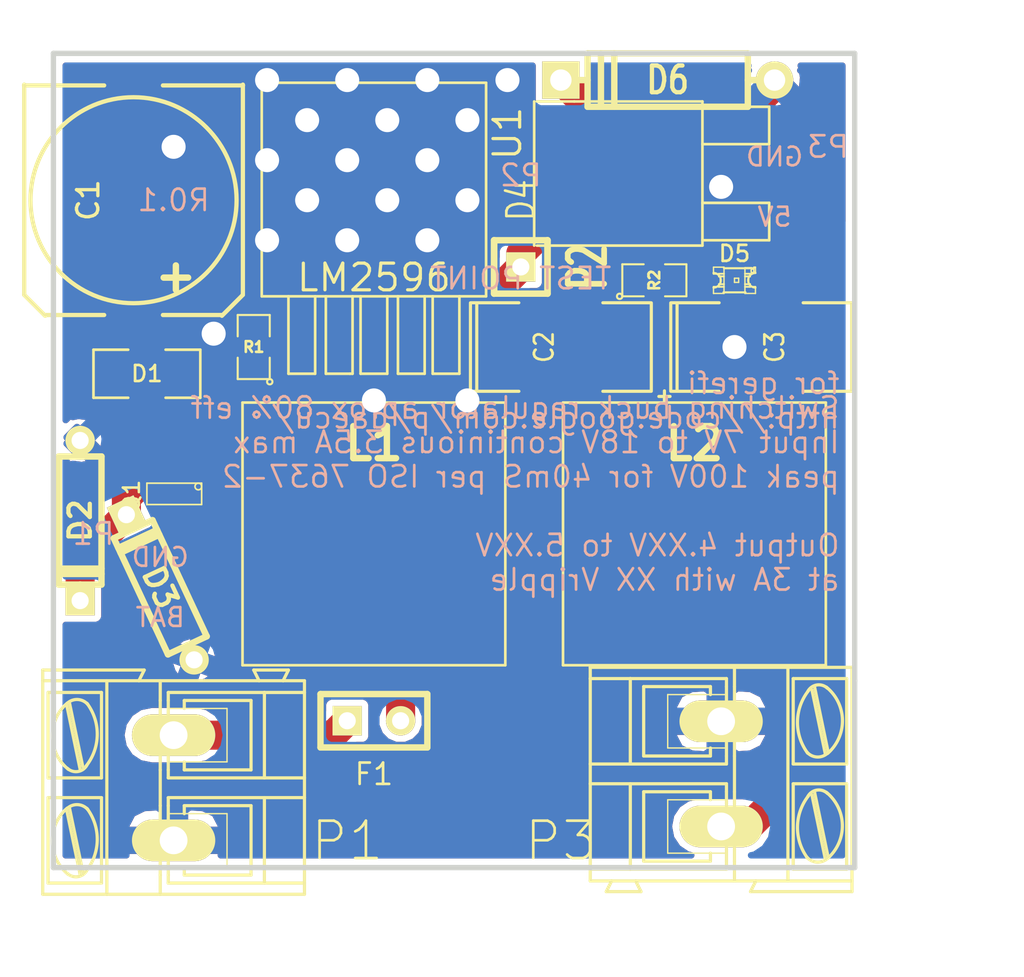
<source format=kicad_pcb>
(kicad_pcb (version 3) (host pcbnew "(2013-07-07 BZR 4022)-stable")

  (general
    (links 34)
    (no_connects 0)
    (area 160.02 92.71 212.697787 141.986)
    (thickness 1.6002)
    (drawings 16)
    (tracks 108)
    (zones 0)
    (modules 19)
    (nets 10)
  )

  (page A)
  (title_block 
    (title "PWR buck 12V switcher regulator")
    (rev "R 0.1")
    (company http://code.google.com/p/daecu/)
  )

  (layers
    (15 Front-ext signal)
    (0 Back-ext signal)
    (16 B.Adhes user)
    (17 F.Adhes user)
    (18 B.Paste user)
    (19 F.Paste user)
    (20 B.SilkS user hide)
    (21 F.SilkS user)
    (22 B.Mask user)
    (23 F.Mask user hide)
    (24 Dwgs.User user)
    (25 Cmts.User user)
    (26 Eco1.User user)
    (27 Eco2.User user)
    (28 Edge.Cuts user)
  )

  (setup
    (last_trace_width 0.2032)
    (user_trace_width 0.254)
    (user_trace_width 0.39116)
    (user_trace_width 0.508)
    (user_trace_width 0.762)
    (user_trace_width 1.38176)
    (user_trace_width 3.6068)
    (user_trace_width 9.3472)
    (trace_clearance 0.1778)
    (zone_clearance 0.3048)
    (zone_45_only no)
    (trace_min 0.1524)
    (segment_width 0.254)
    (edge_width 0.254)
    (via_size 1.016)
    (via_drill 0.508)
    (via_min_size 1.016)
    (via_min_drill 0.508)
    (user_via 1.016 0.508)
    (user_via 1.651 1.143)
    (user_via 3.6322 0.31242)
    (uvia_size 0.762)
    (uvia_drill 0.254)
    (uvias_allowed no)
    (uvia_min_size 0.762)
    (uvia_min_drill 0.254)
    (pcb_text_width 0.4318)
    (pcb_text_size 1.524 2.032)
    (mod_edge_width 0.09906)
    (mod_text_size 1.524 1.524)
    (mod_text_width 0.254)
    (pad_size 0.35052 0.70104)
    (pad_drill 0)
    (pad_to_mask_clearance 0.254)
    (aux_axis_origin 0 0)
    (visible_elements 7FFFFB3F)
    (pcbplotparams
      (layerselection 284983297)
      (usegerberextensions true)
      (excludeedgelayer true)
      (linewidth 0.150000)
      (plotframeref false)
      (viasonmask false)
      (mode 1)
      (useauxorigin false)
      (hpglpennumber 1)
      (hpglpenspeed 20)
      (hpglpendiameter 15)
      (hpglpenoverlay 0)
      (psnegative false)
      (psa4output false)
      (plotreference true)
      (plotvalue true)
      (plotothertext true)
      (plotinvisibletext false)
      (padsonsilk false)
      (subtractmaskfromsilk false)
      (outputformat 1)
      (mirror false)
      (drillshape 0)
      (scaleselection 1)
      (outputdirectory gerber/))
  )

  (net 0 "")
  (net 1 /5V-REG)
  (net 2 /FB)
  (net 3 /OUT)
  (net 4 /VBAT)
  (net 5 /Vf)
  (net 6 /Vin)
  (net 7 GND)
  (net 8 N-000001)
  (net 9 N-000007)

  (net_class Default "This is the default net class."
    (clearance 0.1778)
    (trace_width 0.2032)
    (via_dia 1.016)
    (via_drill 0.508)
    (uvia_dia 0.762)
    (uvia_drill 0.254)
    (add_net "")
    (add_net N-000001)
    (add_net N-000007)
  )

  (net_class "10A EXT" ""
    (clearance 0.254)
    (trace_width 3.6068)
    (via_dia 3.6322)
    (via_drill 3.1242)
    (uvia_dia 0.762)
    (uvia_drill 0.254)
  )

  (net_class "10A INT" ""
    (clearance 0.254)
    (trace_width 9.3472)
    (via_dia 3.6322)
    (via_drill 3.1242)
    (uvia_dia 0.762)
    (uvia_drill 0.254)
  )

  (net_class "10A INT MOD" ""
    (clearance 0.254)
    (trace_width 0.254)
    (via_dia 1.016)
    (via_drill 0.508)
    (uvia_dia 0.762)
    (uvia_drill 0.254)
  )

  (net_class "1A EXT" ""
    (clearance 0.254)
    (trace_width 0.254)
    (via_dia 1.016)
    (via_drill 0.508)
    (uvia_dia 0.762)
    (uvia_drill 0.254)
  )

  (net_class "1A INT" ""
    (clearance 0.254)
    (trace_width 0.39116)
    (via_dia 1.016)
    (via_drill 0.508)
    (uvia_dia 0.762)
    (uvia_drill 0.254)
  )

  (net_class "5A EXT" ""
    (clearance 0.1524)
    (trace_width 1.38176)
    (via_dia 1.651)
    (via_drill 1.143)
    (uvia_dia 0.762)
    (uvia_drill 0.254)
    (add_net /5V-REG)
    (add_net /FB)
    (add_net /OUT)
    (add_net /VBAT)
    (add_net /Vf)
    (add_net /Vin)
    (add_net GND)
  )

  (net_class "5A INT" ""
    (clearance 0.254)
    (trace_width 3.6068)
    (via_dia 1.651)
    (via_drill 1.143)
    (uvia_dia 0.762)
    (uvia_drill 0.254)
  )

  (module SM2512 (layer Front-ext) (tedit 533B6F0C) (tstamp 533AADF1)
    (at 186.69 109.22)
    (tags "CMS SM")
    (path /5129417C)
    (attr smd)
    (fp_text reference C2 (at -0.8001 0 90) (layer F.SilkS)
      (effects (font (size 0.889 0.762) (thickness 0.127)))
    )
    (fp_text value 220uF (at 0.89916 0 90) (layer F.SilkS) hide
      (effects (font (size 0.889 0.762) (thickness 0.127)))
    )
    (fp_line (start -3.99956 -2.10058) (end -3.99956 2.10058) (layer F.SilkS) (width 0.14986))
    (fp_text user + (at -4.59994 2.30124) (layer F.SilkS)
      (effects (font (size 0.7 0.7) (thickness 0.15)))
    )
    (fp_line (start -4.30022 -2.10058) (end -4.30022 2.10058) (layer F.SilkS) (width 0.14986))
    (fp_line (start 4.30022 -2.10058) (end 4.30022 2.10058) (layer F.SilkS) (width 0.14986))
    (fp_line (start 1.99644 2.10566) (end 4.28244 2.10566) (layer F.SilkS) (width 0.14986))
    (fp_line (start 4.28244 -2.10566) (end 1.99644 -2.10566) (layer F.SilkS) (width 0.14986))
    (fp_line (start -1.99898 -2.10566) (end -4.28498 -2.10566) (layer F.SilkS) (width 0.14986))
    (fp_line (start -4.28244 2.10566) (end -1.99644 2.10566) (layer F.SilkS) (width 0.14986))
    (pad 1 smd rect (at -2.99974 0) (size 1.99898 2.99974)
      (layers Front-ext F.Paste F.Mask)
      (net 7 GND)
    )
    (pad 2 smd rect (at 2.99974 0) (size 1.99898 2.99974)
      (layers Front-ext F.Paste F.Mask)
      (net 2 /FB)
    )
    (model smd\chip_smd_pol_wide.wrl
      (at (xyz 0 0 0))
      (scale (xyz 0.35 0.35 0.35))
      (rotate (xyz 0 0 0))
    )
  )

  (module SM2512 (layer Front-ext) (tedit 533B6F18) (tstamp 533AADFF)
    (at 196.215 109.22)
    (tags "CMS SM")
    (path /52C4CD1A)
    (attr smd)
    (fp_text reference C3 (at 0.635 0 90) (layer F.SilkS)
      (effects (font (size 0.889 0.762) (thickness 0.127)))
    )
    (fp_text value 220uF (at 0.89916 0 90) (layer F.SilkS) hide
      (effects (font (size 0.889 0.762) (thickness 0.127)))
    )
    (fp_line (start -3.99956 -2.10058) (end -3.99956 2.10058) (layer F.SilkS) (width 0.14986))
    (fp_text user + (at -4.59994 2.30124) (layer F.SilkS)
      (effects (font (size 0.7 0.7) (thickness 0.15)))
    )
    (fp_line (start -4.30022 -2.10058) (end -4.30022 2.10058) (layer F.SilkS) (width 0.14986))
    (fp_line (start 4.30022 -2.10058) (end 4.30022 2.10058) (layer F.SilkS) (width 0.14986))
    (fp_line (start 1.99644 2.10566) (end 4.28244 2.10566) (layer F.SilkS) (width 0.14986))
    (fp_line (start 4.28244 -2.10566) (end 1.99644 -2.10566) (layer F.SilkS) (width 0.14986))
    (fp_line (start -1.99898 -2.10566) (end -4.28498 -2.10566) (layer F.SilkS) (width 0.14986))
    (fp_line (start -4.28244 2.10566) (end -1.99644 2.10566) (layer F.SilkS) (width 0.14986))
    (pad 1 smd rect (at -2.99974 0) (size 1.99898 2.99974)
      (layers Front-ext F.Paste F.Mask)
      (net 7 GND)
    )
    (pad 2 smd rect (at 2.99974 0) (size 1.99898 2.99974)
      (layers Front-ext F.Paste F.Mask)
      (net 1 /5V-REG)
    )
    (model smd\chip_smd_pol_wide.wrl
      (at (xyz 0 0 0))
      (scale (xyz 0.35 0.35 0.35))
      (rotate (xyz 0 0 0))
    )
  )

  (module SM100uH (layer Front-ext) (tedit 533B6F22) (tstamp 533AAE09)
    (at 177.8 118.11)
    (path /512921EB)
    (fp_text reference L1 (at 0 -4.2926) (layer F.SilkS)
      (effects (font (size 1.524 1.524) (thickness 0.3048)))
    )
    (fp_text value 38uH (at 0.0254 4.8514) (layer F.SilkS) hide
      (effects (font (size 1.524 1.524) (thickness 0.3048)))
    )
    (fp_line (start 6.2484 6.2484) (end -6.2484 6.2484) (layer F.SilkS) (width 0.127))
    (fp_line (start -6.2484 6.2484) (end -6.2484 -6.2484) (layer F.SilkS) (width 0.127))
    (fp_line (start -6.2484 -6.2484) (end 6.2484 -6.2484) (layer F.SilkS) (width 0.127))
    (fp_line (start 6.2484 -6.2484) (end 6.2484 6.2484) (layer F.SilkS) (width 0.127))
    (pad 1 smd rect (at -4.97586 0) (size 3.85064 5.4991)
      (layers Front-ext F.Paste F.Mask)
      (net 3 /OUT)
    )
    (pad 2 smd rect (at 4.97586 0) (size 3.85064 5.4991)
      (layers Front-ext F.Paste F.Mask)
      (net 2 /FB)
    )
    (model smd/self_cms_we-pd3.wrl
      (at (xyz 0 0 0))
      (scale (xyz 1 1 1))
      (rotate (xyz 0 0 0))
    )
  )

  (module SM100uH (layer Front-ext) (tedit 533B6F1E) (tstamp 533AAE13)
    (at 193.04 118.11)
    (path /52C4CD12)
    (fp_text reference L2 (at 0 -4.2926) (layer F.SilkS)
      (effects (font (size 1.524 1.524) (thickness 0.3048)))
    )
    (fp_text value 38uH (at 0.0254 4.8514) (layer F.SilkS) hide
      (effects (font (size 1.524 1.524) (thickness 0.3048)))
    )
    (fp_line (start 6.2484 6.2484) (end -6.2484 6.2484) (layer F.SilkS) (width 0.127))
    (fp_line (start -6.2484 6.2484) (end -6.2484 -6.2484) (layer F.SilkS) (width 0.127))
    (fp_line (start -6.2484 -6.2484) (end 6.2484 -6.2484) (layer F.SilkS) (width 0.127))
    (fp_line (start 6.2484 -6.2484) (end 6.2484 6.2484) (layer F.SilkS) (width 0.127))
    (pad 1 smd rect (at -4.97586 0) (size 3.85064 5.4991)
      (layers Front-ext F.Paste F.Mask)
      (net 2 /FB)
    )
    (pad 2 smd rect (at 4.97586 0) (size 3.85064 5.4991)
      (layers Front-ext F.Paste F.Mask)
      (net 1 /5V-REG)
    )
    (model smd/self_cms_we-pd3.wrl
      (at (xyz 0 0 0))
      (scale (xyz 1 1 1))
      (rotate (xyz 0 0 0))
    )
  )

  (module SM0805 (layer Front-ext) (tedit 533B6FA0) (tstamp 533AAE20)
    (at 191.135 106.045)
    (path /512925E9)
    (attr smd)
    (fp_text reference R2 (at 0 0 90) (layer F.SilkS)
      (effects (font (size 0.508 0.508) (thickness 0.127)))
    )
    (fp_text value 1k (at 0 0.381) (layer F.SilkS) hide
      (effects (font (size 0.50038 0.50038) (thickness 0.10922)))
    )
    (fp_circle (center -1.651 0.762) (end -1.651 0.635) (layer F.SilkS) (width 0.09906))
    (fp_line (start -0.508 0.762) (end -1.524 0.762) (layer F.SilkS) (width 0.09906))
    (fp_line (start -1.524 0.762) (end -1.524 -0.762) (layer F.SilkS) (width 0.09906))
    (fp_line (start -1.524 -0.762) (end -0.508 -0.762) (layer F.SilkS) (width 0.09906))
    (fp_line (start 0.508 -0.762) (end 1.524 -0.762) (layer F.SilkS) (width 0.09906))
    (fp_line (start 1.524 -0.762) (end 1.524 0.762) (layer F.SilkS) (width 0.09906))
    (fp_line (start 1.524 0.762) (end 0.508 0.762) (layer F.SilkS) (width 0.09906))
    (pad 1 smd rect (at -0.9525 0) (size 0.889 1.397)
      (layers Front-ext F.Paste F.Mask)
      (net 2 /FB)
    )
    (pad 2 smd rect (at 0.9525 0) (size 0.889 1.397)
      (layers Front-ext F.Paste F.Mask)
      (net 9 N-000007)
    )
    (model smd/chip_cms.wrl
      (at (xyz 0 0 0))
      (scale (xyz 0.1 0.1 0.1))
      (rotate (xyz 0 0 0))
    )
  )

  (module LED-0805 (layer Front-ext) (tedit 533B6EE7) (tstamp 533AAE5B)
    (at 194.945 106.045)
    (descr "LED 0805 smd package")
    (tags "LED 0805 SMD")
    (path /5129222C)
    (attr smd)
    (fp_text reference D5 (at 0 -1.27) (layer F.SilkS)
      (effects (font (size 0.762 0.762) (thickness 0.127)))
    )
    (fp_text value GREEN (at 0 1.27) (layer F.SilkS) hide
      (effects (font (size 0.762 0.762) (thickness 0.127)))
    )
    (fp_line (start 0.49784 0.29972) (end 0.49784 0.62484) (layer F.SilkS) (width 0.06604))
    (fp_line (start 0.49784 0.62484) (end 0.99822 0.62484) (layer F.SilkS) (width 0.06604))
    (fp_line (start 0.99822 0.29972) (end 0.99822 0.62484) (layer F.SilkS) (width 0.06604))
    (fp_line (start 0.49784 0.29972) (end 0.99822 0.29972) (layer F.SilkS) (width 0.06604))
    (fp_line (start 0.49784 -0.32258) (end 0.49784 -0.17272) (layer F.SilkS) (width 0.06604))
    (fp_line (start 0.49784 -0.17272) (end 0.7493 -0.17272) (layer F.SilkS) (width 0.06604))
    (fp_line (start 0.7493 -0.32258) (end 0.7493 -0.17272) (layer F.SilkS) (width 0.06604))
    (fp_line (start 0.49784 -0.32258) (end 0.7493 -0.32258) (layer F.SilkS) (width 0.06604))
    (fp_line (start 0.49784 0.17272) (end 0.49784 0.32258) (layer F.SilkS) (width 0.06604))
    (fp_line (start 0.49784 0.32258) (end 0.7493 0.32258) (layer F.SilkS) (width 0.06604))
    (fp_line (start 0.7493 0.17272) (end 0.7493 0.32258) (layer F.SilkS) (width 0.06604))
    (fp_line (start 0.49784 0.17272) (end 0.7493 0.17272) (layer F.SilkS) (width 0.06604))
    (fp_line (start 0.49784 -0.19812) (end 0.49784 0.19812) (layer F.SilkS) (width 0.06604))
    (fp_line (start 0.49784 0.19812) (end 0.6731 0.19812) (layer F.SilkS) (width 0.06604))
    (fp_line (start 0.6731 -0.19812) (end 0.6731 0.19812) (layer F.SilkS) (width 0.06604))
    (fp_line (start 0.49784 -0.19812) (end 0.6731 -0.19812) (layer F.SilkS) (width 0.06604))
    (fp_line (start -0.99822 0.29972) (end -0.99822 0.62484) (layer F.SilkS) (width 0.06604))
    (fp_line (start -0.99822 0.62484) (end -0.49784 0.62484) (layer F.SilkS) (width 0.06604))
    (fp_line (start -0.49784 0.29972) (end -0.49784 0.62484) (layer F.SilkS) (width 0.06604))
    (fp_line (start -0.99822 0.29972) (end -0.49784 0.29972) (layer F.SilkS) (width 0.06604))
    (fp_line (start -0.99822 -0.62484) (end -0.99822 -0.29972) (layer F.SilkS) (width 0.06604))
    (fp_line (start -0.99822 -0.29972) (end -0.49784 -0.29972) (layer F.SilkS) (width 0.06604))
    (fp_line (start -0.49784 -0.62484) (end -0.49784 -0.29972) (layer F.SilkS) (width 0.06604))
    (fp_line (start -0.99822 -0.62484) (end -0.49784 -0.62484) (layer F.SilkS) (width 0.06604))
    (fp_line (start -0.7493 0.17272) (end -0.7493 0.32258) (layer F.SilkS) (width 0.06604))
    (fp_line (start -0.7493 0.32258) (end -0.49784 0.32258) (layer F.SilkS) (width 0.06604))
    (fp_line (start -0.49784 0.17272) (end -0.49784 0.32258) (layer F.SilkS) (width 0.06604))
    (fp_line (start -0.7493 0.17272) (end -0.49784 0.17272) (layer F.SilkS) (width 0.06604))
    (fp_line (start -0.7493 -0.32258) (end -0.7493 -0.17272) (layer F.SilkS) (width 0.06604))
    (fp_line (start -0.7493 -0.17272) (end -0.49784 -0.17272) (layer F.SilkS) (width 0.06604))
    (fp_line (start -0.49784 -0.32258) (end -0.49784 -0.17272) (layer F.SilkS) (width 0.06604))
    (fp_line (start -0.7493 -0.32258) (end -0.49784 -0.32258) (layer F.SilkS) (width 0.06604))
    (fp_line (start -0.6731 -0.19812) (end -0.6731 0.19812) (layer F.SilkS) (width 0.06604))
    (fp_line (start -0.6731 0.19812) (end -0.49784 0.19812) (layer F.SilkS) (width 0.06604))
    (fp_line (start -0.49784 -0.19812) (end -0.49784 0.19812) (layer F.SilkS) (width 0.06604))
    (fp_line (start -0.6731 -0.19812) (end -0.49784 -0.19812) (layer F.SilkS) (width 0.06604))
    (fp_line (start 0 -0.09906) (end 0 0.09906) (layer F.SilkS) (width 0.06604))
    (fp_line (start 0 0.09906) (end 0.19812 0.09906) (layer F.SilkS) (width 0.06604))
    (fp_line (start 0.19812 -0.09906) (end 0.19812 0.09906) (layer F.SilkS) (width 0.06604))
    (fp_line (start 0 -0.09906) (end 0.19812 -0.09906) (layer F.SilkS) (width 0.06604))
    (fp_line (start 0.49784 -0.59944) (end 0.49784 -0.29972) (layer F.SilkS) (width 0.06604))
    (fp_line (start 0.49784 -0.29972) (end 0.79756 -0.29972) (layer F.SilkS) (width 0.06604))
    (fp_line (start 0.79756 -0.59944) (end 0.79756 -0.29972) (layer F.SilkS) (width 0.06604))
    (fp_line (start 0.49784 -0.59944) (end 0.79756 -0.59944) (layer F.SilkS) (width 0.06604))
    (fp_line (start 0.92456 -0.62484) (end 0.92456 -0.39878) (layer F.SilkS) (width 0.06604))
    (fp_line (start 0.92456 -0.39878) (end 0.99822 -0.39878) (layer F.SilkS) (width 0.06604))
    (fp_line (start 0.99822 -0.62484) (end 0.99822 -0.39878) (layer F.SilkS) (width 0.06604))
    (fp_line (start 0.92456 -0.62484) (end 0.99822 -0.62484) (layer F.SilkS) (width 0.06604))
    (fp_line (start 0.52324 0.57404) (end -0.52324 0.57404) (layer F.SilkS) (width 0.1016))
    (fp_line (start -0.49784 -0.57404) (end 0.92456 -0.57404) (layer F.SilkS) (width 0.1016))
    (fp_circle (center 0.84836 -0.44958) (end 0.89916 -0.50038) (layer F.SilkS) (width 0.0508))
    (fp_arc (start 0.99822 0) (end 0.99822 0.34798) (angle 180) (layer F.SilkS) (width 0.1016))
    (fp_arc (start -0.99822 0) (end -0.99822 -0.34798) (angle 180) (layer F.SilkS) (width 0.1016))
    (pad 1 smd rect (at -1.04902 0) (size 1.19888 1.19888)
      (layers Front-ext F.Paste F.Mask)
      (net 9 N-000007)
    )
    (pad 2 smd rect (at 1.04902 0) (size 1.19888 1.19888)
      (layers Front-ext F.Paste F.Mask)
      (net 7 GND)
    )
  )

  (module DPAK5 (layer Front-ext) (tedit 533B6F57) (tstamp 533AAE79)
    (at 177.8 109.22)
    (tags "CMS DPACK")
    (path /52C4CA58)
    (fp_text reference U1 (at 6.35 -10.16 90) (layer F.SilkS)
      (effects (font (size 1.27 1.27) (thickness 0.1524)))
    )
    (fp_text value LM2596 (at 0 -3.302) (layer F.SilkS)
      (effects (font (size 1.27 1.27) (thickness 0.1524)))
    )
    (fp_line (start 2.794 -2.413) (end 2.794 1.27) (layer F.SilkS) (width 0.127))
    (fp_line (start 2.794 1.27) (end 4.064 1.27) (layer F.SilkS) (width 0.127))
    (fp_line (start 4.064 1.27) (end 4.064 -2.413) (layer F.SilkS) (width 0.127))
    (fp_line (start 1.143 -2.413) (end 1.143 1.27) (layer F.SilkS) (width 0.127))
    (fp_line (start 1.143 1.27) (end 2.413 1.27) (layer F.SilkS) (width 0.127))
    (fp_line (start 2.413 1.27) (end 2.413 -2.413) (layer F.SilkS) (width 0.127))
    (fp_line (start -0.635 -2.413) (end -0.635 1.27) (layer F.SilkS) (width 0.127))
    (fp_line (start -0.635 1.27) (end 0.635 1.27) (layer F.SilkS) (width 0.127))
    (fp_line (start 0.635 1.27) (end 0.635 -2.413) (layer F.SilkS) (width 0.127))
    (fp_line (start -2.286 -2.413) (end -2.286 1.27) (layer F.SilkS) (width 0.127))
    (fp_line (start -2.286 1.27) (end -1.143 1.27) (layer F.SilkS) (width 0.127))
    (fp_line (start -1.143 1.27) (end -1.016 1.27) (layer F.SilkS) (width 0.127))
    (fp_line (start -1.016 1.27) (end -1.016 -2.413) (layer F.SilkS) (width 0.127))
    (fp_line (start -4.064 -2.413) (end -4.064 1.27) (layer F.SilkS) (width 0.127))
    (fp_line (start -4.064 1.27) (end -2.794 1.27) (layer F.SilkS) (width 0.127))
    (fp_line (start -2.794 1.27) (end -2.794 -2.413) (layer F.SilkS) (width 0.127))
    (fp_line (start -5.334 -2.413) (end 5.334 -2.413) (layer F.SilkS) (width 0.127))
    (fp_line (start 5.334 -2.413) (end 5.334 -12.573) (layer F.SilkS) (width 0.127))
    (fp_line (start 5.334 -12.573) (end -5.334 -12.573) (layer F.SilkS) (width 0.127))
    (fp_line (start -5.334 -12.573) (end -5.334 -2.413) (layer F.SilkS) (width 0.127))
    (pad 1 smd rect (at -3.4036 0) (size 1.0668 2.286)
      (layers Front-ext F.Paste F.Mask)
      (net 4 /VBAT)
    )
    (pad 3 smd rect (at 0 -8.763) (size 10.668 8.89)
      (layers Front-ext F.Paste F.Mask)
      (net 7 GND)
    )
    (pad 3 smd rect (at 0 0) (size 1.0668 2.286)
      (layers Front-ext F.Paste F.Mask)
      (net 7 GND)
    )
    (pad 2 smd rect (at -1.7018 0) (size 1.0668 2.286)
      (layers Front-ext F.Paste F.Mask)
      (net 3 /OUT)
    )
    (pad 4 smd rect (at 1.7018 0) (size 1.0668 2.286)
      (layers Front-ext F.Paste F.Mask)
      (net 2 /FB)
    )
    (pad 5 smd rect (at 3.4036 0) (size 1.0668 2.286)
      (layers Front-ext F.Paste F.Mask)
      (net 7 GND)
    )
    (model smd/dpack_5.wrl
      (at (xyz 0 0 0))
      (scale (xyz 1 1 1))
      (rotate (xyz 0 0 0))
    )
  )

  (module DPAK2 (layer Front-ext) (tedit 533B7023) (tstamp 533B125E)
    (at 194.945 100.965 90)
    (descr "MOS boitier DPACK G-D-S")
    (tags "CMD DPACK")
    (path /52C4CE0F)
    (attr smd)
    (fp_text reference D4 (at -1.27 -10.16 90) (layer F.SilkS)
      (effects (font (size 1.27 1.016) (thickness 0.127)))
    )
    (fp_text value SCHDPAK (at 0 -2.413 90) (layer F.SilkS) hide
      (effects (font (size 1.016 1.016) (thickness 0.2032)))
    )
    (fp_line (start 1.397 -1.524) (end 1.397 1.651) (layer F.SilkS) (width 0.127))
    (fp_line (start 1.397 1.651) (end 3.175 1.651) (layer F.SilkS) (width 0.127))
    (fp_line (start 3.175 1.651) (end 3.175 -1.524) (layer F.SilkS) (width 0.127))
    (fp_line (start -3.175 -1.524) (end -3.175 1.651) (layer F.SilkS) (width 0.127))
    (fp_line (start -3.175 1.651) (end -1.397 1.651) (layer F.SilkS) (width 0.127))
    (fp_line (start -1.397 1.651) (end -1.397 -1.524) (layer F.SilkS) (width 0.127))
    (fp_line (start 3.429 -7.62) (end 3.429 -1.524) (layer F.SilkS) (width 0.127))
    (fp_line (start 3.429 -1.524) (end -3.429 -1.524) (layer F.SilkS) (width 0.127))
    (fp_line (start -3.429 -1.524) (end -3.429 -9.398) (layer F.SilkS) (width 0.127))
    (fp_line (start -3.429 -9.525) (end 3.429 -9.525) (layer F.SilkS) (width 0.127))
    (fp_line (start 3.429 -9.398) (end 3.429 -7.62) (layer F.SilkS) (width 0.127))
    (pad 1 smd rect (at -2.286 0 90) (size 1.651 3.048)
      (layers Front-ext F.Paste F.Mask)
      (net 7 GND)
    )
    (pad 2 smd rect (at 0 -6.35 90) (size 6.096 6.096)
      (layers Front-ext F.Paste F.Mask)
      (net 3 /OUT)
    )
    (pad 3 smd rect (at 2.286 0 90) (size 1.651 3.048)
      (layers Front-ext F.Paste F.Mask)
      (net 7 GND)
    )
    (model smd/dpack_2.wrl
      (at (xyz 0 0 0))
      (scale (xyz 1 1 1))
      (rotate (xyz 0 0 0))
    )
  )

  (module SMDSVP10 (layer Front-ext) (tedit 533B6F35) (tstamp 533A91F4)
    (at 166.37 102.235 90)
    (path /51297942)
    (attr smd)
    (fp_text reference C1 (at 0 -2.159 90) (layer F.SilkS)
      (effects (font (size 1.016 1.00076) (thickness 0.15748)))
    )
    (fp_text value "470uF 25V" (at 0 2.79908 90) (layer F.SilkS) hide
      (effects (font (size 1.016 1.00076) (thickness 0.2032)))
    )
    (fp_line (start -5.461 4.191) (end -5.461 1.397) (layer F.SilkS) (width 0.2032))
    (fp_line (start -5.461 -4.191) (end -5.461 -1.397) (layer F.SilkS) (width 0.2032))
    (fp_line (start 5.461 5.207) (end 5.461 1.397) (layer F.SilkS) (width 0.2032))
    (fp_line (start 5.461 -5.207) (end 5.461 -1.397) (layer F.SilkS) (width 0.2032))
    (fp_text user + (at -3.683 1.905 90) (layer F.SilkS)
      (effects (font (size 1.524 1.524) (thickness 0.3048)))
    )
    (fp_circle (center 0 0) (end 4.89966 0) (layer F.SilkS) (width 0.2032))
    (fp_line (start 5.4991 -5.19938) (end -4.50088 -5.19938) (layer F.SilkS) (width 0.2032))
    (fp_line (start -4.50088 -5.19938) (end -5.4991 -4.20116) (layer F.SilkS) (width 0.2032))
    (fp_line (start -5.4991 4.20116) (end -4.50088 5.19938) (layer F.SilkS) (width 0.2032))
    (fp_line (start -4.50088 5.19938) (end 5.4991 5.19938) (layer F.SilkS) (width 0.2032))
    (pad 1 smd rect (at -4.39928 0 90) (size 4.39928 1.89992)
      (layers Front-ext F.Paste F.Mask)
      (net 4 /VBAT)
    )
    (pad 2 smd rect (at 4.30022 0 90) (size 4.39928 1.89992)
      (layers Front-ext F.Paste F.Mask)
      (net 7 GND)
    )
    (model smd\capacitors\c_elec_10x10_5.wrl
      (at (xyz 0 0 0.001))
      (scale (xyz 1 1 1))
      (rotate (xyz 0 0 0))
    )
  )

  (module SM0805 (layer Front-ext) (tedit 533B6F99) (tstamp 533A9B6E)
    (at 172.085 109.22 90)
    (path /533A08F3)
    (attr smd)
    (fp_text reference R1 (at 0 0 180) (layer F.SilkS)
      (effects (font (size 0.508 0.508) (thickness 0.127)))
    )
    (fp_text value 1k (at 0 0.381 90) (layer F.SilkS) hide
      (effects (font (size 0.50038 0.50038) (thickness 0.10922)))
    )
    (fp_circle (center -1.651 0.762) (end -1.651 0.635) (layer F.SilkS) (width 0.09906))
    (fp_line (start -0.508 0.762) (end -1.524 0.762) (layer F.SilkS) (width 0.09906))
    (fp_line (start -1.524 0.762) (end -1.524 -0.762) (layer F.SilkS) (width 0.09906))
    (fp_line (start -1.524 -0.762) (end -0.508 -0.762) (layer F.SilkS) (width 0.09906))
    (fp_line (start 0.508 -0.762) (end 1.524 -0.762) (layer F.SilkS) (width 0.09906))
    (fp_line (start 1.524 -0.762) (end 1.524 0.762) (layer F.SilkS) (width 0.09906))
    (fp_line (start 1.524 0.762) (end 0.508 0.762) (layer F.SilkS) (width 0.09906))
    (pad 1 smd rect (at -0.9525 0 90) (size 0.889 1.397)
      (layers Front-ext F.Paste F.Mask)
      (net 8 N-000001)
    )
    (pad 2 smd rect (at 0.9525 0 90) (size 0.889 1.397)
      (layers Front-ext F.Paste F.Mask)
      (net 7 GND)
    )
    (model smd/chip_cms.wrl
      (at (xyz 0 0 0))
      (scale (xyz 0.1 0.1 0.1))
      (rotate (xyz 0 0 0))
    )
  )

  (module SIL-1 (layer Front-ext) (tedit 533B6F3D) (tstamp 533AADCB)
    (at 184.785 105.41 90)
    (descr "Connecteurs 1 pin")
    (tags "CONN DEV")
    (path /519D13C2)
    (fp_text reference P2 (at 0 3.175 90) (layer F.SilkS)
      (effects (font (size 1.72974 1.08712) (thickness 0.27178)))
    )
    (fp_text value CONN_1 (at 0 -2.54 90) (layer F.SilkS) hide
      (effects (font (size 1.524 1.016) (thickness 0.254)))
    )
    (fp_line (start -1.27 1.27) (end 1.27 1.27) (layer F.SilkS) (width 0.3175))
    (fp_line (start -1.27 -1.27) (end 1.27 -1.27) (layer F.SilkS) (width 0.3175))
    (fp_line (start -1.27 1.27) (end -1.27 -1.27) (layer F.SilkS) (width 0.3048))
    (fp_line (start 1.27 -1.27) (end 1.27 1.27) (layer F.SilkS) (width 0.3048))
    (pad 1 thru_hole rect (at 0 0 90) (size 1.397 1.397) (drill 0.8128)
      (layers *.Cu *.Mask F.SilkS)
      (net 3 /OUT)
    )
  )

  (module SM1206 (layer Front-ext) (tedit 42806E24) (tstamp 533C27B9)
    (at 167.005 110.49 180)
    (path /533A08FB)
    (attr smd)
    (fp_text reference D1 (at 0 0 180) (layer F.SilkS)
      (effects (font (size 0.762 0.762) (thickness 0.127)))
    )
    (fp_text value ZENERSMALL (at 0 0 180) (layer F.SilkS) hide
      (effects (font (size 0.762 0.762) (thickness 0.127)))
    )
    (fp_line (start -2.54 -1.143) (end -2.54 1.143) (layer F.SilkS) (width 0.127))
    (fp_line (start -2.54 1.143) (end -0.889 1.143) (layer F.SilkS) (width 0.127))
    (fp_line (start 0.889 -1.143) (end 2.54 -1.143) (layer F.SilkS) (width 0.127))
    (fp_line (start 2.54 -1.143) (end 2.54 1.143) (layer F.SilkS) (width 0.127))
    (fp_line (start 2.54 1.143) (end 0.889 1.143) (layer F.SilkS) (width 0.127))
    (fp_line (start -0.889 -1.143) (end -2.54 -1.143) (layer F.SilkS) (width 0.127))
    (pad 1 smd rect (at -1.651 0 180) (size 1.524 2.032)
      (layers Front-ext F.Paste F.Mask)
      (net 8 N-000001)
    )
    (pad 2 smd rect (at 1.651 0 180) (size 1.524 2.032)
      (layers Front-ext F.Paste F.Mask)
      (net 4 /VBAT)
    )
    (model smd/chip_cms.wrl
      (at (xyz 0 0 0))
      (scale (xyz 0.17 0.16 0.16))
      (rotate (xyz 0 0 0))
    )
  )

  (module SOT23 (layer Front-ext) (tedit 533B6FCD) (tstamp 533BF37F)
    (at 168.275 116.205 180)
    (tags SOT23)
    (path /52C6272D)
    (fp_text reference Q1 (at 1.99898 -0.09906 270) (layer F.SilkS)
      (effects (font (size 0.762 0.762) (thickness 0.11938)))
    )
    (fp_text value MOS_PRO (at 0.0635 0 180) (layer F.SilkS) hide
      (effects (font (size 0.50038 0.50038) (thickness 0.09906)))
    )
    (fp_circle (center -1.17602 0.35052) (end -1.30048 0.44958) (layer F.SilkS) (width 0.07874))
    (fp_line (start 1.27 -0.508) (end 1.27 0.508) (layer F.SilkS) (width 0.07874))
    (fp_line (start -1.3335 -0.508) (end -1.3335 0.508) (layer F.SilkS) (width 0.07874))
    (fp_line (start 1.27 0.508) (end -1.3335 0.508) (layer F.SilkS) (width 0.07874))
    (fp_line (start -1.3335 -0.508) (end 1.27 -0.508) (layer F.SilkS) (width 0.07874))
    (pad 3 smd rect (at 0 -1.09982 180) (size 0.8001 1.00076)
      (layers Front-ext F.Paste F.Mask)
      (net 5 /Vf)
    )
    (pad 2 smd rect (at 0.9525 1.09982 180) (size 0.8001 1.00076)
      (layers Front-ext F.Paste F.Mask)
      (net 4 /VBAT)
    )
    (pad 1 smd rect (at -0.9525 1.09982 180) (size 0.8001 1.00076)
      (layers Front-ext F.Paste F.Mask)
      (net 8 N-000001)
    )
    (model smd\SOT23_3.wrl
      (at (xyz 0 0 0))
      (scale (xyz 0.4 0.4 0.4))
      (rotate (xyz 0 0 180))
    )
  )

  (module D4 (layer Front-ext) (tedit 200000) (tstamp 533C26A0)
    (at 191.77 96.52 180)
    (descr "Diode 4 pas")
    (tags "DIODE DEV")
    (path /533B6631)
    (fp_text reference D6 (at 0 0 180) (layer F.SilkS)
      (effects (font (size 1.27 1.016) (thickness 0.2032)))
    )
    (fp_text value DIODESCH (at 0 0 180) (layer F.SilkS) hide
      (effects (font (size 1.27 1.016) (thickness 0.2032)))
    )
    (fp_line (start -3.81 -1.27) (end 3.81 -1.27) (layer F.SilkS) (width 0.3048))
    (fp_line (start 3.81 -1.27) (end 3.81 1.27) (layer F.SilkS) (width 0.3048))
    (fp_line (start 3.81 1.27) (end -3.81 1.27) (layer F.SilkS) (width 0.3048))
    (fp_line (start -3.81 1.27) (end -3.81 -1.27) (layer F.SilkS) (width 0.3048))
    (fp_line (start 3.175 -1.27) (end 3.175 1.27) (layer F.SilkS) (width 0.3048))
    (fp_line (start 2.54 1.27) (end 2.54 -1.27) (layer F.SilkS) (width 0.3048))
    (fp_line (start -3.81 0) (end -5.08 0) (layer F.SilkS) (width 0.3048))
    (fp_line (start 3.81 0) (end 5.08 0) (layer F.SilkS) (width 0.3048))
    (pad 1 thru_hole circle (at -5.08 0 180) (size 1.778 1.778) (drill 1.016)
      (layers *.Cu *.Mask F.SilkS)
      (net 7 GND)
    )
    (pad 2 thru_hole rect (at 5.08 0 180) (size 1.778 1.778) (drill 1.016)
      (layers *.Cu *.Mask F.SilkS)
      (net 3 /OUT)
    )
    (model discret/diode.wrl
      (at (xyz 0 0 0))
      (scale (xyz 0.4 0.4 0.4))
      (rotate (xyz 0 0 0))
    )
  )

  (module AK300-2 (layer Front-ext) (tedit 5341B905) (tstamp 533B1242)
    (at 168.275 130.175 90)
    (descr CONNECTOR)
    (tags CONNECTOR)
    (path /512A09C3)
    (attr virtual)
    (fp_text reference P1 (at -2.54 8.255 180) (layer F.SilkS)
      (effects (font (size 1.778 1.778) (thickness 0.127)))
    )
    (fp_text value CONN_2 (at 0.254 7.747 90) (layer F.SilkS) hide
      (effects (font (size 1.778 1.778) (thickness 0.0889)))
    )
    (fp_line (start -3.7846 2.54) (end -1.2446 2.54) (layer F.SilkS) (width 0.06604))
    (fp_line (start -1.2446 2.54) (end -1.2446 -0.254) (layer F.SilkS) (width 0.06604))
    (fp_line (start -3.7846 -0.254) (end -1.2446 -0.254) (layer F.SilkS) (width 0.06604))
    (fp_line (start -3.7846 2.54) (end -3.7846 -0.254) (layer F.SilkS) (width 0.06604))
    (fp_line (start 1.2192 2.54) (end 3.7592 2.54) (layer F.SilkS) (width 0.06604))
    (fp_line (start 3.7592 2.54) (end 3.7592 -0.254) (layer F.SilkS) (width 0.06604))
    (fp_line (start 1.2192 -0.254) (end 3.7592 -0.254) (layer F.SilkS) (width 0.06604))
    (fp_line (start 1.2192 2.54) (end 1.2192 -0.254) (layer F.SilkS) (width 0.06604))
    (fp_line (start 5.08 -6.223) (end 5.08 -3.175) (layer F.SilkS) (width 0.1524))
    (fp_line (start 5.08 -6.223) (end -5.08 -6.223) (layer F.SilkS) (width 0.1524))
    (fp_line (start 5.08 -6.223) (end 5.588 -6.223) (layer F.SilkS) (width 0.1524))
    (fp_line (start 5.588 -6.223) (end 5.588 -1.397) (layer F.SilkS) (width 0.1524))
    (fp_line (start 5.588 -1.397) (end 5.08 -1.651) (layer F.SilkS) (width 0.1524))
    (fp_line (start 5.588 5.461) (end 5.08 5.207) (layer F.SilkS) (width 0.1524))
    (fp_line (start 5.08 5.207) (end 5.08 6.223) (layer F.SilkS) (width 0.1524))
    (fp_line (start 5.588 3.81) (end 5.08 4.064) (layer F.SilkS) (width 0.1524))
    (fp_line (start 5.08 4.064) (end 5.08 5.207) (layer F.SilkS) (width 0.1524))
    (fp_line (start 5.588 3.81) (end 5.588 5.461) (layer F.SilkS) (width 0.1524))
    (fp_line (start 0.4572 6.223) (end 0.4572 4.318) (layer F.SilkS) (width 0.1524))
    (fp_line (start 4.5212 -0.254) (end 4.5212 4.318) (layer F.SilkS) (width 0.1524))
    (fp_line (start 0.4572 6.223) (end 4.5212 6.223) (layer F.SilkS) (width 0.1524))
    (fp_line (start 4.5212 6.223) (end 5.08 6.223) (layer F.SilkS) (width 0.1524))
    (fp_line (start -0.4826 6.223) (end -0.4826 4.318) (layer F.SilkS) (width 0.1524))
    (fp_line (start -0.4826 6.223) (end 0.4572 6.223) (layer F.SilkS) (width 0.1524))
    (fp_line (start -4.5466 -0.254) (end -4.5466 4.318) (layer F.SilkS) (width 0.1524))
    (fp_line (start -5.08 6.223) (end -4.5466 6.223) (layer F.SilkS) (width 0.1524))
    (fp_line (start -4.5466 6.223) (end -0.4826 6.223) (layer F.SilkS) (width 0.1524))
    (fp_line (start 0.4572 4.318) (end 4.5212 4.318) (layer F.SilkS) (width 0.1524))
    (fp_line (start 0.4572 4.318) (end 0.4572 -0.254) (layer F.SilkS) (width 0.1524))
    (fp_line (start 4.5212 4.318) (end 4.5212 6.223) (layer F.SilkS) (width 0.1524))
    (fp_line (start -0.4826 4.318) (end -4.5466 4.318) (layer F.SilkS) (width 0.1524))
    (fp_line (start -0.4826 4.318) (end -0.4826 -0.254) (layer F.SilkS) (width 0.1524))
    (fp_line (start -4.5466 4.318) (end -4.5466 6.223) (layer F.SilkS) (width 0.1524))
    (fp_line (start 4.1402 3.683) (end 4.1402 0.508) (layer F.SilkS) (width 0.1524))
    (fp_line (start 4.1402 3.683) (end 0.8382 3.683) (layer F.SilkS) (width 0.1524))
    (fp_line (start 0.8382 3.683) (end 0.8382 0.508) (layer F.SilkS) (width 0.1524))
    (fp_line (start -0.8636 3.683) (end -0.8636 0.508) (layer F.SilkS) (width 0.1524))
    (fp_line (start -0.8636 3.683) (end -4.1656 3.683) (layer F.SilkS) (width 0.1524))
    (fp_line (start -4.1656 3.683) (end -4.1656 0.508) (layer F.SilkS) (width 0.1524))
    (fp_line (start -4.1656 0.508) (end -3.7846 0.508) (layer F.SilkS) (width 0.1524))
    (fp_line (start -0.8636 0.508) (end -1.2446 0.508) (layer F.SilkS) (width 0.1524))
    (fp_line (start 0.8382 0.508) (end 1.2192 0.508) (layer F.SilkS) (width 0.1524))
    (fp_line (start 4.1402 0.508) (end 3.7592 0.508) (layer F.SilkS) (width 0.1524))
    (fp_line (start -5.08 6.223) (end -5.08 -0.635) (layer F.SilkS) (width 0.1524))
    (fp_line (start -5.08 -0.635) (end -5.08 -3.175) (layer F.SilkS) (width 0.1524))
    (fp_line (start 5.08 -1.651) (end 5.08 -0.635) (layer F.SilkS) (width 0.1524))
    (fp_line (start 5.08 -0.635) (end 5.08 4.064) (layer F.SilkS) (width 0.1524))
    (fp_line (start -5.08 -3.175) (end 5.08 -3.175) (layer F.SilkS) (width 0.1524))
    (fp_line (start -5.08 -3.175) (end -5.08 -6.223) (layer F.SilkS) (width 0.1524))
    (fp_line (start 5.08 -3.175) (end 5.08 -1.651) (layer F.SilkS) (width 0.1524))
    (fp_line (start 0.4572 -3.429) (end 0.4572 -5.969) (layer F.SilkS) (width 0.1524))
    (fp_line (start 0.4572 -5.969) (end 4.5212 -5.969) (layer F.SilkS) (width 0.1524))
    (fp_line (start 4.5212 -5.969) (end 4.5212 -3.429) (layer F.SilkS) (width 0.1524))
    (fp_line (start 4.5212 -3.429) (end 0.4572 -3.429) (layer F.SilkS) (width 0.1524))
    (fp_line (start -0.4826 -3.429) (end -0.4826 -5.969) (layer F.SilkS) (width 0.1524))
    (fp_line (start -0.4826 -3.429) (end -4.5466 -3.429) (layer F.SilkS) (width 0.1524))
    (fp_line (start -4.5466 -3.429) (end -4.5466 -5.969) (layer F.SilkS) (width 0.1524))
    (fp_line (start -0.4826 -5.969) (end -4.5466 -5.969) (layer F.SilkS) (width 0.1524))
    (fp_line (start 0.8636 -4.445) (end 3.9116 -5.08) (layer F.SilkS) (width 0.1524))
    (fp_line (start 0.9906 -4.318) (end 4.0386 -4.953) (layer F.SilkS) (width 0.1524))
    (fp_line (start -4.1402 -4.445) (end -1.08966 -5.08) (layer F.SilkS) (width 0.1524))
    (fp_line (start -4.0132 -4.318) (end -0.9652 -4.953) (layer F.SilkS) (width 0.1524))
    (fp_line (start -4.5466 -0.254) (end -4.1656 -0.254) (layer F.SilkS) (width 0.1524))
    (fp_line (start -0.4826 -0.254) (end -0.8636 -0.254) (layer F.SilkS) (width 0.1524))
    (fp_line (start -0.8636 -0.254) (end -4.1656 -0.254) (layer F.SilkS) (width 0.1524))
    (fp_line (start -5.08 -0.635) (end -4.1656 -0.635) (layer F.SilkS) (width 0.1524))
    (fp_line (start -4.1656 -0.635) (end -0.8636 -0.635) (layer F.SilkS) (width 0.1524))
    (fp_line (start -0.8636 -0.635) (end 0.8382 -0.635) (layer F.SilkS) (width 0.1524))
    (fp_line (start 5.08 -0.635) (end 4.1402 -0.635) (layer F.SilkS) (width 0.1524))
    (fp_line (start 4.1402 -0.635) (end 0.8382 -0.635) (layer F.SilkS) (width 0.1524))
    (fp_line (start 4.5212 -0.254) (end 4.1402 -0.254) (layer F.SilkS) (width 0.1524))
    (fp_line (start 0.4572 -0.254) (end 0.8382 -0.254) (layer F.SilkS) (width 0.1524))
    (fp_line (start 0.8382 -0.254) (end 4.1402 -0.254) (layer F.SilkS) (width 0.1524))
    (fp_arc (start 3.5052 -4.59486) (end 4.01066 -5.05206) (angle 90.5) (layer F.SilkS) (width 0.1524))
    (fp_arc (start 2.54 -6.0706) (end 4.00304 -4.11734) (angle 75.5) (layer F.SilkS) (width 0.1524))
    (fp_arc (start 2.46126 -3.7084) (end 0.8636 -5.0038) (angle 100) (layer F.SilkS) (width 0.1524))
    (fp_arc (start 1.3462 -4.64566) (end 1.05664 -4.1275) (angle 104.2) (layer F.SilkS) (width 0.1524))
    (fp_arc (start -1.4986 -4.59486) (end -0.9906 -5.05206) (angle 90.5) (layer F.SilkS) (width 0.1524))
    (fp_arc (start -2.46126 -6.0706) (end -0.99822 -4.11734) (angle 75.5) (layer F.SilkS) (width 0.1524))
    (fp_arc (start -2.53746 -3.7084) (end -4.1402 -5.0038) (angle 100) (layer F.SilkS) (width 0.1524))
    (fp_arc (start -3.6576 -4.64566) (end -3.94462 -4.1275) (angle 104.2) (layer F.SilkS) (width 0.1524))
    (pad 1 thru_hole oval (at -2.5146 0 90) (size 1.9812 3.9624) (drill 1.3208)
      (layers *.Cu F.Paste F.SilkS F.Mask)
      (net 7 GND)
    )
    (pad 2 thru_hole oval (at 2.4892 0 90) (size 1.9812 3.9624) (drill 1.3208)
      (layers *.Cu F.Paste F.SilkS F.Mask)
      (net 6 /Vin)
    )
  )

  (module AK300-2 (layer Front-ext) (tedit 5341B90A) (tstamp 533B124C)
    (at 194.31 129.54 270)
    (descr CONNECTOR)
    (tags CONNECTOR)
    (path /5129333C)
    (attr virtual)
    (fp_text reference P3 (at 3.175 7.62 360) (layer F.SilkS)
      (effects (font (size 1.778 1.778) (thickness 0.127)))
    )
    (fp_text value CONN_2 (at 0.254 7.747 270) (layer F.SilkS) hide
      (effects (font (size 1.778 1.778) (thickness 0.0889)))
    )
    (fp_line (start -3.7846 2.54) (end -1.2446 2.54) (layer F.SilkS) (width 0.06604))
    (fp_line (start -1.2446 2.54) (end -1.2446 -0.254) (layer F.SilkS) (width 0.06604))
    (fp_line (start -3.7846 -0.254) (end -1.2446 -0.254) (layer F.SilkS) (width 0.06604))
    (fp_line (start -3.7846 2.54) (end -3.7846 -0.254) (layer F.SilkS) (width 0.06604))
    (fp_line (start 1.2192 2.54) (end 3.7592 2.54) (layer F.SilkS) (width 0.06604))
    (fp_line (start 3.7592 2.54) (end 3.7592 -0.254) (layer F.SilkS) (width 0.06604))
    (fp_line (start 1.2192 -0.254) (end 3.7592 -0.254) (layer F.SilkS) (width 0.06604))
    (fp_line (start 1.2192 2.54) (end 1.2192 -0.254) (layer F.SilkS) (width 0.06604))
    (fp_line (start 5.08 -6.223) (end 5.08 -3.175) (layer F.SilkS) (width 0.1524))
    (fp_line (start 5.08 -6.223) (end -5.08 -6.223) (layer F.SilkS) (width 0.1524))
    (fp_line (start 5.08 -6.223) (end 5.588 -6.223) (layer F.SilkS) (width 0.1524))
    (fp_line (start 5.588 -6.223) (end 5.588 -1.397) (layer F.SilkS) (width 0.1524))
    (fp_line (start 5.588 -1.397) (end 5.08 -1.651) (layer F.SilkS) (width 0.1524))
    (fp_line (start 5.588 5.461) (end 5.08 5.207) (layer F.SilkS) (width 0.1524))
    (fp_line (start 5.08 5.207) (end 5.08 6.223) (layer F.SilkS) (width 0.1524))
    (fp_line (start 5.588 3.81) (end 5.08 4.064) (layer F.SilkS) (width 0.1524))
    (fp_line (start 5.08 4.064) (end 5.08 5.207) (layer F.SilkS) (width 0.1524))
    (fp_line (start 5.588 3.81) (end 5.588 5.461) (layer F.SilkS) (width 0.1524))
    (fp_line (start 0.4572 6.223) (end 0.4572 4.318) (layer F.SilkS) (width 0.1524))
    (fp_line (start 4.5212 -0.254) (end 4.5212 4.318) (layer F.SilkS) (width 0.1524))
    (fp_line (start 0.4572 6.223) (end 4.5212 6.223) (layer F.SilkS) (width 0.1524))
    (fp_line (start 4.5212 6.223) (end 5.08 6.223) (layer F.SilkS) (width 0.1524))
    (fp_line (start -0.4826 6.223) (end -0.4826 4.318) (layer F.SilkS) (width 0.1524))
    (fp_line (start -0.4826 6.223) (end 0.4572 6.223) (layer F.SilkS) (width 0.1524))
    (fp_line (start -4.5466 -0.254) (end -4.5466 4.318) (layer F.SilkS) (width 0.1524))
    (fp_line (start -5.08 6.223) (end -4.5466 6.223) (layer F.SilkS) (width 0.1524))
    (fp_line (start -4.5466 6.223) (end -0.4826 6.223) (layer F.SilkS) (width 0.1524))
    (fp_line (start 0.4572 4.318) (end 4.5212 4.318) (layer F.SilkS) (width 0.1524))
    (fp_line (start 0.4572 4.318) (end 0.4572 -0.254) (layer F.SilkS) (width 0.1524))
    (fp_line (start 4.5212 4.318) (end 4.5212 6.223) (layer F.SilkS) (width 0.1524))
    (fp_line (start -0.4826 4.318) (end -4.5466 4.318) (layer F.SilkS) (width 0.1524))
    (fp_line (start -0.4826 4.318) (end -0.4826 -0.254) (layer F.SilkS) (width 0.1524))
    (fp_line (start -4.5466 4.318) (end -4.5466 6.223) (layer F.SilkS) (width 0.1524))
    (fp_line (start 4.1402 3.683) (end 4.1402 0.508) (layer F.SilkS) (width 0.1524))
    (fp_line (start 4.1402 3.683) (end 0.8382 3.683) (layer F.SilkS) (width 0.1524))
    (fp_line (start 0.8382 3.683) (end 0.8382 0.508) (layer F.SilkS) (width 0.1524))
    (fp_line (start -0.8636 3.683) (end -0.8636 0.508) (layer F.SilkS) (width 0.1524))
    (fp_line (start -0.8636 3.683) (end -4.1656 3.683) (layer F.SilkS) (width 0.1524))
    (fp_line (start -4.1656 3.683) (end -4.1656 0.508) (layer F.SilkS) (width 0.1524))
    (fp_line (start -4.1656 0.508) (end -3.7846 0.508) (layer F.SilkS) (width 0.1524))
    (fp_line (start -0.8636 0.508) (end -1.2446 0.508) (layer F.SilkS) (width 0.1524))
    (fp_line (start 0.8382 0.508) (end 1.2192 0.508) (layer F.SilkS) (width 0.1524))
    (fp_line (start 4.1402 0.508) (end 3.7592 0.508) (layer F.SilkS) (width 0.1524))
    (fp_line (start -5.08 6.223) (end -5.08 -0.635) (layer F.SilkS) (width 0.1524))
    (fp_line (start -5.08 -0.635) (end -5.08 -3.175) (layer F.SilkS) (width 0.1524))
    (fp_line (start 5.08 -1.651) (end 5.08 -0.635) (layer F.SilkS) (width 0.1524))
    (fp_line (start 5.08 -0.635) (end 5.08 4.064) (layer F.SilkS) (width 0.1524))
    (fp_line (start -5.08 -3.175) (end 5.08 -3.175) (layer F.SilkS) (width 0.1524))
    (fp_line (start -5.08 -3.175) (end -5.08 -6.223) (layer F.SilkS) (width 0.1524))
    (fp_line (start 5.08 -3.175) (end 5.08 -1.651) (layer F.SilkS) (width 0.1524))
    (fp_line (start 0.4572 -3.429) (end 0.4572 -5.969) (layer F.SilkS) (width 0.1524))
    (fp_line (start 0.4572 -5.969) (end 4.5212 -5.969) (layer F.SilkS) (width 0.1524))
    (fp_line (start 4.5212 -5.969) (end 4.5212 -3.429) (layer F.SilkS) (width 0.1524))
    (fp_line (start 4.5212 -3.429) (end 0.4572 -3.429) (layer F.SilkS) (width 0.1524))
    (fp_line (start -0.4826 -3.429) (end -0.4826 -5.969) (layer F.SilkS) (width 0.1524))
    (fp_line (start -0.4826 -3.429) (end -4.5466 -3.429) (layer F.SilkS) (width 0.1524))
    (fp_line (start -4.5466 -3.429) (end -4.5466 -5.969) (layer F.SilkS) (width 0.1524))
    (fp_line (start -0.4826 -5.969) (end -4.5466 -5.969) (layer F.SilkS) (width 0.1524))
    (fp_line (start 0.8636 -4.445) (end 3.9116 -5.08) (layer F.SilkS) (width 0.1524))
    (fp_line (start 0.9906 -4.318) (end 4.0386 -4.953) (layer F.SilkS) (width 0.1524))
    (fp_line (start -4.1402 -4.445) (end -1.08966 -5.08) (layer F.SilkS) (width 0.1524))
    (fp_line (start -4.0132 -4.318) (end -0.9652 -4.953) (layer F.SilkS) (width 0.1524))
    (fp_line (start -4.5466 -0.254) (end -4.1656 -0.254) (layer F.SilkS) (width 0.1524))
    (fp_line (start -0.4826 -0.254) (end -0.8636 -0.254) (layer F.SilkS) (width 0.1524))
    (fp_line (start -0.8636 -0.254) (end -4.1656 -0.254) (layer F.SilkS) (width 0.1524))
    (fp_line (start -5.08 -0.635) (end -4.1656 -0.635) (layer F.SilkS) (width 0.1524))
    (fp_line (start -4.1656 -0.635) (end -0.8636 -0.635) (layer F.SilkS) (width 0.1524))
    (fp_line (start -0.8636 -0.635) (end 0.8382 -0.635) (layer F.SilkS) (width 0.1524))
    (fp_line (start 5.08 -0.635) (end 4.1402 -0.635) (layer F.SilkS) (width 0.1524))
    (fp_line (start 4.1402 -0.635) (end 0.8382 -0.635) (layer F.SilkS) (width 0.1524))
    (fp_line (start 4.5212 -0.254) (end 4.1402 -0.254) (layer F.SilkS) (width 0.1524))
    (fp_line (start 0.4572 -0.254) (end 0.8382 -0.254) (layer F.SilkS) (width 0.1524))
    (fp_line (start 0.8382 -0.254) (end 4.1402 -0.254) (layer F.SilkS) (width 0.1524))
    (fp_arc (start 3.5052 -4.59486) (end 4.01066 -5.05206) (angle 90.5) (layer F.SilkS) (width 0.1524))
    (fp_arc (start 2.54 -6.0706) (end 4.00304 -4.11734) (angle 75.5) (layer F.SilkS) (width 0.1524))
    (fp_arc (start 2.46126 -3.7084) (end 0.8636 -5.0038) (angle 100) (layer F.SilkS) (width 0.1524))
    (fp_arc (start 1.3462 -4.64566) (end 1.05664 -4.1275) (angle 104.2) (layer F.SilkS) (width 0.1524))
    (fp_arc (start -1.4986 -4.59486) (end -0.9906 -5.05206) (angle 90.5) (layer F.SilkS) (width 0.1524))
    (fp_arc (start -2.46126 -6.0706) (end -0.99822 -4.11734) (angle 75.5) (layer F.SilkS) (width 0.1524))
    (fp_arc (start -2.53746 -3.7084) (end -4.1402 -5.0038) (angle 100) (layer F.SilkS) (width 0.1524))
    (fp_arc (start -3.6576 -4.64566) (end -3.94462 -4.1275) (angle 104.2) (layer F.SilkS) (width 0.1524))
    (pad 1 thru_hole oval (at -2.5146 0 270) (size 1.9812 3.9624) (drill 1.3208)
      (layers *.Cu F.Paste F.SilkS F.Mask)
      (net 7 GND)
    )
    (pad 2 thru_hole oval (at 2.4892 0 270) (size 1.9812 3.9624) (drill 1.3208)
      (layers *.Cu F.Paste F.SilkS F.Mask)
      (net 1 /5V-REG)
    )
  )

  (module D3 (layer Front-ext) (tedit 200000) (tstamp 533A9BD0)
    (at 167.64 120.65 115)
    (descr "Diode 3 pas")
    (tags "DIODE DEV")
    (path /52C60732)
    (fp_text reference D3 (at 0 0 115) (layer F.SilkS)
      (effects (font (size 1.016 1.016) (thickness 0.2032)))
    )
    (fp_text value TVS (at 0 0 115) (layer F.SilkS) hide
      (effects (font (size 1.016 1.016) (thickness 0.2032)))
    )
    (fp_line (start 3.81 0) (end 3.048 0) (layer F.SilkS) (width 0.3048))
    (fp_line (start 3.048 0) (end 3.048 -1.016) (layer F.SilkS) (width 0.3048))
    (fp_line (start 3.048 -1.016) (end -3.048 -1.016) (layer F.SilkS) (width 0.3048))
    (fp_line (start -3.048 -1.016) (end -3.048 0) (layer F.SilkS) (width 0.3048))
    (fp_line (start -3.048 0) (end -3.81 0) (layer F.SilkS) (width 0.3048))
    (fp_line (start -3.048 0) (end -3.048 1.016) (layer F.SilkS) (width 0.3048))
    (fp_line (start -3.048 1.016) (end 3.048 1.016) (layer F.SilkS) (width 0.3048))
    (fp_line (start 3.048 1.016) (end 3.048 0) (layer F.SilkS) (width 0.3048))
    (fp_line (start 2.54 -1.016) (end 2.54 1.016) (layer F.SilkS) (width 0.3048))
    (fp_line (start 2.286 1.016) (end 2.286 -1.016) (layer F.SilkS) (width 0.3048))
    (pad 2 thru_hole rect (at 3.81 0 115) (size 1.397 1.397) (drill 0.8128)
      (layers *.Cu *.Mask F.SilkS)
      (net 4 /VBAT)
    )
    (pad 1 thru_hole circle (at -3.81 0 115) (size 1.397 1.397) (drill 0.8128)
      (layers *.Cu *.Mask F.SilkS)
      (net 7 GND)
    )
    (model discret/diode.wrl
      (at (xyz 0 0 0))
      (scale (xyz 0.3 0.3 0.3))
      (rotate (xyz 0 0 0))
    )
  )

  (module D3 (layer Front-ext) (tedit 200000) (tstamp 533AADE3)
    (at 163.83 117.475 270)
    (descr "Diode 3 pas")
    (tags "DIODE DEV")
    (path /52C61746)
    (fp_text reference D2 (at 0 0 270) (layer F.SilkS)
      (effects (font (size 1.016 1.016) (thickness 0.2032)))
    )
    (fp_text value TVS (at 0 0 270) (layer F.SilkS) hide
      (effects (font (size 1.016 1.016) (thickness 0.2032)))
    )
    (fp_line (start 3.81 0) (end 3.048 0) (layer F.SilkS) (width 0.3048))
    (fp_line (start 3.048 0) (end 3.048 -1.016) (layer F.SilkS) (width 0.3048))
    (fp_line (start 3.048 -1.016) (end -3.048 -1.016) (layer F.SilkS) (width 0.3048))
    (fp_line (start -3.048 -1.016) (end -3.048 0) (layer F.SilkS) (width 0.3048))
    (fp_line (start -3.048 0) (end -3.81 0) (layer F.SilkS) (width 0.3048))
    (fp_line (start -3.048 0) (end -3.048 1.016) (layer F.SilkS) (width 0.3048))
    (fp_line (start -3.048 1.016) (end 3.048 1.016) (layer F.SilkS) (width 0.3048))
    (fp_line (start 3.048 1.016) (end 3.048 0) (layer F.SilkS) (width 0.3048))
    (fp_line (start 2.54 -1.016) (end 2.54 1.016) (layer F.SilkS) (width 0.3048))
    (fp_line (start 2.286 1.016) (end 2.286 -1.016) (layer F.SilkS) (width 0.3048))
    (pad 2 thru_hole rect (at 3.81 0 270) (size 1.397 1.397) (drill 0.8128)
      (layers *.Cu *.Mask F.SilkS)
      (net 4 /VBAT)
    )
    (pad 1 thru_hole circle (at -3.81 0 270) (size 1.397 1.397) (drill 0.8128)
      (layers *.Cu *.Mask F.SilkS)
      (net 7 GND)
    )
    (model discret/diode.wrl
      (at (xyz 0 0 0))
      (scale (xyz 0.3 0.3 0.3))
      (rotate (xyz 0 0 0))
    )
  )

  (module SIL-2 (layer Front-ext) (tedit 5341B91B) (tstamp 533A9201)
    (at 177.8 127)
    (descr "Connecteurs 2 pins")
    (tags "CONN DEV")
    (path /533A8E21)
    (fp_text reference F1 (at 0 2.54) (layer F.SilkS)
      (effects (font (size 1.016 1.016) (thickness 0.127)))
    )
    (fp_text value 3.5A (at 0 -2.54) (layer F.SilkS) hide
      (effects (font (size 1.524 1.016) (thickness 0.3048)))
    )
    (fp_line (start -2.54 1.27) (end -2.54 -1.27) (layer F.SilkS) (width 0.3048))
    (fp_line (start -2.54 -1.27) (end 2.54 -1.27) (layer F.SilkS) (width 0.3048))
    (fp_line (start 2.54 -1.27) (end 2.54 1.27) (layer F.SilkS) (width 0.3048))
    (fp_line (start 2.54 1.27) (end -2.54 1.27) (layer F.SilkS) (width 0.3048))
    (pad 1 thru_hole rect (at -1.27 0) (size 1.397 1.397) (drill 0.8128)
      (layers *.Cu *.Mask F.SilkS)
      (net 6 /Vin)
    )
    (pad 2 thru_hole circle (at 1.27 0) (size 1.397 1.397) (drill 0.8128)
      (layers *.Cu *.Mask F.SilkS)
      (net 5 /Vf)
    )
  )

  (dimension 38.1 (width 0.381) (layer Cmts.User)
    (gr_text "1.5000 in" (at 181.61 140.207999) (layer Cmts.User)
      (effects (font (size 2.032 1.524) (thickness 0.381)))
    )
    (feature1 (pts (xy 162.56 134.62) (xy 162.56 141.985999)))
    (feature2 (pts (xy 200.66 134.62) (xy 200.66 141.985999)))
    (crossbar (pts (xy 200.66 138.429999) (xy 162.56 138.429999)))
    (arrow1a (pts (xy 162.56 138.429999) (xy 163.686503 137.843579)))
    (arrow1b (pts (xy 162.56 138.429999) (xy 163.686503 139.016419)))
    (arrow2a (pts (xy 200.66 138.429999) (xy 199.533497 137.843579)))
    (arrow2b (pts (xy 200.66 138.429999) (xy 199.533497 139.016419)))
  )
  (dimension 38.735 (width 0.381) (layer Cmts.User)
    (gr_text "1.5250 in" (at 206.882999 114.6175 270) (layer Cmts.User)
      (effects (font (size 2.032 1.524) (thickness 0.381)))
    )
    (feature1 (pts (xy 201.295 133.985) (xy 208.660999 133.985)))
    (feature2 (pts (xy 201.295 95.25) (xy 208.660999 95.25)))
    (crossbar (pts (xy 205.104999 95.25) (xy 205.104999 133.985)))
    (arrow1a (pts (xy 205.104999 133.985) (xy 204.518579 132.858497)))
    (arrow1b (pts (xy 205.104999 133.985) (xy 205.691419 132.858497)))
    (arrow2a (pts (xy 205.104999 95.25) (xy 204.518579 96.376503)))
    (arrow2b (pts (xy 205.104999 95.25) (xy 205.691419 96.376503)))
  )
  (gr_line (start 162.56 125.095) (end 162.56 133.985) (angle 90) (layer Edge.Cuts) (width 0.254))
  (gr_line (start 200.66 125.095) (end 200.66 133.985) (angle 90) (layer Edge.Cuts) (width 0.254))
  (gr_text "GND\n\n5V" (at 196.85 101.6) (layer B.SilkS)
    (effects (font (size 0.889 0.889) (thickness 0.127)) (justify mirror))
  )
  (gr_text "GND\n\nBAT" (at 167.64 120.65) (layer B.SilkS)
    (effects (font (size 0.889 0.889) (thickness 0.127)) (justify mirror))
  )
  (gr_text "Switching buck regulator aprox 80% eff\nInput 7V to 18V continious 3.5A max\npeak 100V for 40mS per ISO 7637-2\n\nOutput 4.XXV to 5.XXV \nat 3A with XX Vripple " (at 200.025 116.205) (layer B.SilkS)
    (effects (font (size 1.016 1.016) (thickness 0.127)) (justify left mirror))
  )
  (gr_text "for gerefi\nhttp://code.google.com/p/daecu/\n" (at 200.025 111.76) (layer B.SilkS)
    (effects (font (size 1.016 1.016) (thickness 0.127)) (justify left mirror))
  )
  (gr_text R0.1 (at 168.275 102.235) (layer B.SilkS)
    (effects (font (size 1.016 1.016) (thickness 0.127)) (justify mirror))
  )
  (gr_text P3 (at 199.39 99.695) (layer B.SilkS)
    (effects (font (size 1.016 1.016) (thickness 0.127)) (justify mirror))
  )
  (gr_text "P2\n\n\nTEST POINT" (at 184.785 103.505) (layer B.SilkS)
    (effects (font (size 1.016 1.016) (thickness 0.127)) (justify mirror))
  )
  (gr_text P1 (at 164.465 118.11) (layer B.SilkS)
    (effects (font (size 1.016 1.016) (thickness 0.127)) (justify mirror))
  )
  (gr_line (start 162.56 95.25) (end 200.66 95.25) (angle 90) (layer Edge.Cuts) (width 0.254))
  (gr_line (start 200.66 133.985) (end 162.56 133.985) (angle 90) (layer Edge.Cuts) (width 0.254))
  (gr_line (start 200.66 95.25) (end 200.66 125.095) (angle 90) (layer Edge.Cuts) (width 0.254))
  (gr_line (start 162.56 125.095) (end 162.56 95.25) (angle 90) (layer Edge.Cuts) (width 0.254))

  (segment (start 198.01586 118.11) (end 198.01586 129.64414) (width 1.38176) (layer Front-ext) (net 1))
  (segment (start 195.6308 132.0292) (end 194.31 132.0292) (width 1.38176) (layer Front-ext) (net 1) (tstamp 53421151))
  (segment (start 198.01586 129.64414) (end 195.6308 132.0292) (width 1.38176) (layer Front-ext) (net 1) (tstamp 53421150))
  (segment (start 198.01586 118.11) (end 199.21474 116.91112) (width 1.38176) (layer Front-ext) (net 1))
  (segment (start 199.21474 116.91112) (end 199.21474 109.22) (width 1.38176) (layer Front-ext) (net 1) (tstamp 533C2885))
  (segment (start 199.39 104.14) (end 199.21474 104.31526) (width 1.38176) (layer Front-ext) (net 1))
  (segment (start 199.21474 104.31526) (end 199.21474 109.22) (width 1.38176) (layer Front-ext) (net 1) (tstamp 533C2882))
  (segment (start 188.06414 118.11) (end 189.68974 116.4844) (width 1.38176) (layer Front-ext) (net 2))
  (segment (start 189.68974 116.4844) (end 189.68974 109.22) (width 1.38176) (layer Front-ext) (net 2) (tstamp 533C2896))
  (segment (start 190.1825 106.045) (end 189.68974 106.53776) (width 1.38176) (layer Front-ext) (net 2))
  (segment (start 189.68974 106.53776) (end 189.68974 109.22) (width 1.38176) (layer Front-ext) (net 2) (tstamp 533C2893))
  (segment (start 182.77586 118.11) (end 179.5018 114.83594) (width 1.38176) (layer Front-ext) (net 2))
  (segment (start 179.5018 114.83594) (end 179.5018 109.22) (width 1.38176) (layer Front-ext) (net 2) (tstamp 533C288D))
  (segment (start 182.77586 118.11) (end 188.06414 118.11) (width 1.38176) (layer Front-ext) (net 2))
  (segment (start 188.595 100.965) (end 184.785 104.775) (width 1.38176) (layer Front-ext) (net 3))
  (segment (start 184.785 104.775) (end 184.785 105.41) (width 1.38176) (layer Front-ext) (net 3) (tstamp 533C287F))
  (segment (start 184.785 105.41) (end 183.515 106.68) (width 1.38176) (layer Front-ext) (net 3))
  (segment (start 183.515 106.68) (end 176.784 106.68) (width 1.38176) (layer Front-ext) (net 3) (tstamp 533C2878))
  (segment (start 176.784 106.68) (end 176.022 107.442) (width 1.38176) (layer Front-ext) (net 3) (tstamp 533C2879))
  (segment (start 176.022 107.442) (end 176.022 109.1438) (width 1.38176) (layer Front-ext) (net 3) (tstamp 533C287A))
  (segment (start 176.022 109.1438) (end 176.0982 109.22) (width 1.38176) (layer Front-ext) (net 3) (tstamp 533C287B))
  (segment (start 172.82414 118.11) (end 176.0982 114.83594) (width 1.38176) (layer Front-ext) (net 3))
  (segment (start 176.0982 114.83594) (end 176.0982 109.22) (width 1.38176) (layer Front-ext) (net 3) (tstamp 533C2869))
  (segment (start 186.69 96.52) (end 188.595 98.425) (width 1.38176) (layer Front-ext) (net 3))
  (segment (start 188.595 98.425) (end 188.595 100.965) (width 1.38176) (layer Front-ext) (net 3) (tstamp 533C2846))
  (segment (start 167.3225 115.10518) (end 167.3225 114.6175) (width 1.38176) (layer Front-ext) (net 4))
  (segment (start 165.354 112.649) (end 165.354 110.49) (width 1.38176) (layer Front-ext) (net 4) (tstamp 53421157))
  (segment (start 167.3225 114.6175) (end 165.354 112.649) (width 1.38176) (layer Front-ext) (net 4) (tstamp 53421156))
  (segment (start 166.029824 117.196967) (end 166.029824 116.397856) (width 1.38176) (layer Front-ext) (net 4))
  (segment (start 166.029824 116.397856) (end 167.3225 115.10518) (width 1.38176) (layer Front-ext) (net 4) (tstamp 5342114B))
  (segment (start 163.83 121.285) (end 163.83 119.396791) (width 1.38176) (layer Front-ext) (net 4))
  (segment (start 163.83 119.396791) (end 166.029824 117.196967) (width 1.38176) (layer Front-ext) (net 4) (tstamp 53421148))
  (segment (start 174.3964 109.22) (end 174.3964 107.7214) (width 1.38176) (layer Front-ext) (net 4))
  (segment (start 173.30928 106.63428) (end 166.37 106.63428) (width 1.38176) (layer Front-ext) (net 4) (tstamp 533C27CC))
  (segment (start 174.3964 107.7214) (end 173.30928 106.63428) (width 1.38176) (layer Front-ext) (net 4) (tstamp 533C27CB))
  (segment (start 166.37 106.63428) (end 166.37 109.474) (width 1.38176) (layer Front-ext) (net 4))
  (segment (start 166.37 109.474) (end 165.354 110.49) (width 1.38176) (layer Front-ext) (net 4) (tstamp 533C27C8))
  (segment (start 179.07 127) (end 179.07 125.73) (width 1.38176) (layer Front-ext) (net 5))
  (segment (start 168.275 120.015) (end 168.275 117.30482) (width 1.38176) (layer Front-ext) (net 5) (tstamp 53421145))
  (segment (start 171.45 123.19) (end 168.275 120.015) (width 1.38176) (layer Front-ext) (net 5) (tstamp 53421144))
  (segment (start 176.53 123.19) (end 171.45 123.19) (width 1.38176) (layer Front-ext) (net 5) (tstamp 53421143))
  (segment (start 179.07 125.73) (end 176.53 123.19) (width 1.38176) (layer Front-ext) (net 5) (tstamp 53421142))
  (segment (start 168.275 127.6858) (end 175.8442 127.6858) (width 1.38176) (layer Front-ext) (net 6))
  (segment (start 175.8442 127.6858) (end 176.53 127) (width 1.38176) (layer Front-ext) (net 6) (tstamp 5342113F))
  (segment (start 183.69026 109.22) (end 182.245 110.66526) (width 1.38176) (layer Front-ext) (net 7))
  (via (at 182.245 111.76) (size 1.651) (layers Front-ext Back-ext) (net 7))
  (segment (start 182.245 110.66526) (end 182.245 111.76) (width 1.38176) (layer Front-ext) (net 7) (tstamp 533C2857))
  (segment (start 177.8 109.22) (end 177.8 111.76) (width 1.38176) (layer Front-ext) (net 7))
  (via (at 177.8 111.76) (size 1.651) (layers Front-ext Back-ext) (net 7))
  (segment (start 166.37 97.93478) (end 168.13022 99.695) (width 1.38176) (layer Front-ext) (net 7))
  (via (at 168.275 99.695) (size 1.651) (layers Front-ext Back-ext) (net 7))
  (segment (start 168.13022 99.695) (end 168.275 99.695) (width 1.38176) (layer Front-ext) (net 7) (tstamp 533C2842))
  (segment (start 195.99402 106.045) (end 196.215 106.26598) (width 1.38176) (layer Front-ext) (net 7))
  (via (at 194.945 109.22) (size 1.651) (layers Front-ext Back-ext) (net 7))
  (segment (start 194.945 109.22) (end 193.21526 109.22) (width 1.38176) (layer Front-ext) (net 7))
  (segment (start 196.215 107.95) (end 194.945 109.22) (width 1.38176) (layer Front-ext) (net 7) (tstamp 533C283A))
  (segment (start 196.215 106.26598) (end 196.215 107.95) (width 1.38176) (layer Front-ext) (net 7) (tstamp 533C2839))
  (segment (start 194.945 103.251) (end 194.31 102.616) (width 1.38176) (layer Front-ext) (net 7))
  (via (at 194.31 101.6) (size 1.651) (layers Front-ext Back-ext) (net 7))
  (segment (start 194.31 102.616) (end 194.31 101.6) (width 1.38176) (layer Front-ext) (net 7) (tstamp 533C282F))
  (segment (start 194.945 98.679) (end 196.85 96.774) (width 1.38176) (layer Front-ext) (net 7))
  (segment (start 196.85 96.774) (end 196.85 96.52) (width 1.38176) (layer Front-ext) (net 7) (tstamp 533C282C))
  (segment (start 177.8 100.457) (end 173.863 96.52) (width 1.38176) (layer Front-ext) (net 7))
  (segment (start 176.53 104.14) (end 177.8 100.457) (width 1.38176) (layer Front-ext) (net 7) (tstamp 533C282B))
  (via (at 176.53 104.14) (size 1.651) (layers Front-ext Back-ext) (net 7))
  (segment (start 172.72 104.14) (end 176.53 104.14) (width 1.38176) (layer Back-ext) (net 7) (tstamp 533C2827))
  (via (at 172.72 104.14) (size 1.651) (layers Front-ext Back-ext) (net 7))
  (segment (start 172.72 100.33) (end 172.72 104.14) (width 1.38176) (layer Front-ext) (net 7) (tstamp 533C2824))
  (via (at 172.72 100.33) (size 1.651) (layers Front-ext Back-ext) (net 7))
  (segment (start 174.625 102.235) (end 172.72 100.33) (width 1.38176) (layer Back-ext) (net 7) (tstamp 533C2821))
  (via (at 174.625 102.235) (size 1.651) (layers Front-ext Back-ext) (net 7))
  (segment (start 176.53 100.33) (end 174.625 102.235) (width 1.38176) (layer Front-ext) (net 7) (tstamp 533C281E))
  (via (at 176.53 100.33) (size 1.651) (layers Front-ext Back-ext) (net 7))
  (segment (start 178.435 102.235) (end 176.53 100.33) (width 1.38176) (layer Back-ext) (net 7) (tstamp 533C281B))
  (via (at 178.435 102.235) (size 1.651) (layers Front-ext Back-ext) (net 7))
  (segment (start 180.34 104.14) (end 178.435 102.235) (width 1.38176) (layer Front-ext) (net 7) (tstamp 533C2818))
  (via (at 180.34 104.14) (size 1.651) (layers Front-ext Back-ext) (net 7))
  (segment (start 182.245 102.235) (end 180.34 104.14) (width 1.38176) (layer Back-ext) (net 7) (tstamp 533C2815))
  (via (at 182.245 102.235) (size 1.651) (layers Front-ext Back-ext) (net 7))
  (segment (start 180.34 100.33) (end 182.245 102.235) (width 1.38176) (layer Front-ext) (net 7) (tstamp 533C2812))
  (via (at 180.34 100.33) (size 1.651) (layers Front-ext Back-ext) (net 7))
  (segment (start 184.15 96.52) (end 180.34 100.33) (width 1.38176) (layer Back-ext) (net 7) (tstamp 533C280F))
  (via (at 184.15 96.52) (size 1.651) (layers Front-ext Back-ext) (net 7))
  (segment (start 182.245 98.425) (end 184.15 96.52) (width 1.38176) (layer Front-ext) (net 7) (tstamp 533C280C))
  (via (at 182.245 98.425) (size 1.651) (layers Front-ext Back-ext) (net 7))
  (segment (start 180.34 96.52) (end 182.245 98.425) (width 1.38176) (layer Back-ext) (net 7) (tstamp 533C2809))
  (via (at 180.34 96.52) (size 1.651) (layers Front-ext Back-ext) (net 7))
  (segment (start 178.435 98.425) (end 180.34 96.52) (width 1.38176) (layer Front-ext) (net 7) (tstamp 533C2806))
  (via (at 178.435 98.425) (size 1.651) (layers Front-ext Back-ext) (net 7))
  (segment (start 176.53 96.52) (end 178.435 98.425) (width 1.38176) (layer Back-ext) (net 7) (tstamp 533C2803))
  (via (at 176.53 96.52) (size 1.651) (layers Front-ext Back-ext) (net 7))
  (segment (start 174.625 98.425) (end 176.53 96.52) (width 1.38176) (layer Front-ext) (net 7) (tstamp 533C2800))
  (via (at 174.625 98.425) (size 1.651) (layers Front-ext Back-ext) (net 7))
  (segment (start 172.72 96.52) (end 174.625 98.425) (width 1.38176) (layer Back-ext) (net 7) (tstamp 533C27FD))
  (via (at 172.72 96.52) (size 1.651) (layers Front-ext Back-ext) (net 7))
  (segment (start 173.863 96.52) (end 172.72 96.52) (width 1.38176) (layer Front-ext) (net 7) (tstamp 533C27FB))
  (segment (start 183.69026 109.22) (end 182.245 109.22) (width 1.38176) (layer Front-ext) (net 7))
  (segment (start 182.245 109.22) (end 181.2036 109.22) (width 1.38176) (layer Front-ext) (net 7) (tstamp 533C27E7))
  (segment (start 172.085 108.2675) (end 170.4975 108.2675) (width 1.38176) (layer Front-ext) (net 7))
  (via (at 170.18 108.585) (size 1.651) (layers Front-ext Back-ext) (net 7))
  (segment (start 170.4975 108.2675) (end 170.18 108.585) (width 1.38176) (layer Front-ext) (net 7) (tstamp 533C27DB))
  (segment (start 172.085 110.1725) (end 168.9735 110.1725) (width 0.2032) (layer Front-ext) (net 8))
  (segment (start 168.9735 110.1725) (end 168.656 110.49) (width 0.2032) (layer Front-ext) (net 8) (tstamp 533C27BF))
  (segment (start 169.2275 115.10518) (end 169.08018 115.10518) (width 0.2032) (layer Front-ext) (net 8))
  (segment (start 168.275 110.871) (end 168.656 110.49) (width 0.2032) (layer Front-ext) (net 8) (tstamp 533C27BC))
  (segment (start 168.275 114.3) (end 168.275 110.871) (width 0.2032) (layer Front-ext) (net 8) (tstamp 533C27BB))
  (segment (start 169.08018 115.10518) (end 168.275 114.3) (width 0.2032) (layer Front-ext) (net 8) (tstamp 533C27BA))
  (segment (start 193.89598 106.045) (end 192.0875 106.045) (width 0.2032) (layer Front-ext) (net 9))

  (zone (net 7) (net_name GND) (layer Front-ext) (tstamp 533C289A) (hatch edge 0.508)
    (connect_pads (clearance 0.3048))
    (min_thickness 0.3048)
    (fill (arc_segments 16) (thermal_gap 0.3) (thermal_bridge_width 1.38176) (smoothing fillet) (radius 0.508))
    (polygon
      (pts
        (xy 161.29 93.98) (xy 201.93 93.98) (xy 201.93 135.89) (xy 161.29 135.89)
      )
    )
    (filled_polygon
      (pts
        (xy 165.94271 114.86134) (xy 165.218009 115.586041) (xy 164.969136 115.958504) (xy 164.881744 116.397856) (xy 164.881744 116.457064)
        (xy 164.826254 116.48294) (xy 164.703257 116.616933) (xy 164.6409 116.787794) (xy 164.648058 116.955102) (xy 164.290983 117.312177)
        (xy 163.1442 118.458961) (xy 163.1442 114.634482) (xy 163.383123 114.873405) (xy 163.476943 114.779584) (xy 163.908079 114.835846)
        (xy 164.205928 114.7766) (xy 164.290983 114.619898) (xy 163.83 114.158914) (xy 163.682052 114.306862) (xy 163.188137 113.812947)
        (xy 163.336086 113.665) (xy 163.188138 113.517052) (xy 163.682052 113.023137) (xy 163.83 113.171086) (xy 163.977947 113.023137)
        (xy 164.471862 113.517052) (xy 164.323914 113.665) (xy 164.784898 114.125983) (xy 164.9416 114.040928) (xy 164.962458 113.881088)
        (xy 165.94271 114.86134)
      )
    )
    (filled_polygon
      (pts
        (xy 174.95012 114.36039) (xy 174.407339 114.903171) (xy 170.808276 114.903171) (xy 170.640175 114.972629) (xy 170.511451 115.101129)
        (xy 170.4417 115.269109) (xy 170.441541 115.450994) (xy 170.441541 120.557911) (xy 169.42308 119.53945) (xy 169.42308 117.30482)
        (xy 169.335688 116.865469) (xy 169.086815 116.493005) (xy 168.714351 116.244132) (xy 168.275 116.15674) (xy 167.835649 116.244132)
        (xy 167.749846 116.301463) (xy 168.134314 115.916996) (xy 168.134314 115.916995) (xy 168.134315 115.916995) (xy 168.370171 115.564012)
        (xy 168.370171 115.696104) (xy 168.439629 115.864205) (xy 168.568129 115.992929) (xy 168.736109 116.06268) (xy 168.917994 116.062839)
        (xy 169.718094 116.062839) (xy 169.886195 115.993381) (xy 170.014919 115.864881) (xy 170.08467 115.696901) (xy 170.084829 115.515016)
        (xy 170.084829 114.514256) (xy 170.015371 114.346155) (xy 169.886871 114.217431) (xy 169.718891 114.14768) (xy 169.537006 114.147521)
        (xy 168.912783 114.147521) (xy 168.8338 114.068537) (xy 168.8338 111.963279) (xy 169.508544 111.963279) (xy 169.676645 111.893821)
        (xy 169.805369 111.765321) (xy 169.87512 111.597341) (xy 169.875279 111.415456) (xy 169.875279 110.7313) (xy 170.939036 110.7313)
        (xy 170.998679 110.875645) (xy 171.127179 111.004369) (xy 171.295159 111.07412) (xy 171.477044 111.074279) (xy 172.874044 111.074279)
        (xy 173.042145 111.004821) (xy 173.170869 110.876321) (xy 173.24062 110.708341) (xy 173.240779 110.526456) (xy 173.240779 109.637456)
        (xy 173.235978 109.625836) (xy 173.235978 108.801593) (xy 173.2359 108.60285) (xy 173.1228 108.48975) (xy 172.43425 108.48975)
        (xy 172.43425 109.0513) (xy 172.54735 109.1644) (xy 172.693907 109.164478) (xy 172.873883 109.164321) (xy 173.040098 109.095302)
        (xy 173.167249 108.967929) (xy 173.235978 108.801593) (xy 173.235978 109.625836) (xy 173.171321 109.469355) (xy 173.042821 109.340631)
        (xy 172.874841 109.27088) (xy 172.692956 109.270721) (xy 171.73575 109.270721) (xy 171.73575 109.0513) (xy 171.73575 108.48975)
        (xy 171.0472 108.48975) (xy 170.9341 108.60285) (xy 170.934022 108.801593) (xy 171.002751 108.967929) (xy 171.129902 109.095302)
        (xy 171.296117 109.164321) (xy 171.476093 109.164478) (xy 171.62265 109.1644) (xy 171.73575 109.0513) (xy 171.73575 109.270721)
        (xy 171.295956 109.270721) (xy 171.127855 109.340179) (xy 170.999131 109.468679) (xy 170.938913 109.6137) (xy 169.875279 109.6137)
        (xy 169.875279 109.383456) (xy 169.805821 109.215355) (xy 169.677321 109.086631) (xy 169.509341 109.01688) (xy 169.327456 109.016721)
        (xy 167.803456 109.016721) (xy 167.725774 109.048818) (xy 167.77708 108.925261) (xy 167.777239 108.743376) (xy 167.777239 107.78236)
        (xy 170.934041 107.78236) (xy 170.9341 107.93215) (xy 171.0472 108.04525) (xy 171.73575 108.04525) (xy 171.73575 107.823)
        (xy 172.43425 107.823) (xy 172.43425 108.04525) (xy 173.096619 108.04525) (xy 173.24832 108.19695) (xy 173.24832 109.22)
        (xy 173.335712 109.659351) (xy 173.405721 109.764126) (xy 173.405721 110.453544) (xy 173.475179 110.621645) (xy 173.603679 110.750369)
        (xy 173.771659 110.82012) (xy 173.953544 110.820279) (xy 174.95012 110.820279) (xy 174.95012 114.36039)
      )
    )
    (filled_polygon
      (pts
        (xy 185.346106 97.505316) (xy 185.288355 97.529179) (xy 185.159631 97.657679) (xy 185.08988 97.825659) (xy 185.089721 98.007544)
        (xy 185.089721 102.846648) (xy 183.973185 103.963185) (xy 183.724312 104.335648) (xy 183.701628 104.449685) (xy 183.699131 104.452179)
        (xy 183.62938 104.620159) (xy 183.629221 104.802044) (xy 183.629221 104.942149) (xy 183.586327 104.985042) (xy 183.586478 104.812407)
        (xy 183.5864 101.10858) (xy 183.4733 100.99548) (xy 178.33848 100.99548) (xy 178.33848 105.2413) (xy 178.45158 105.3544)
        (xy 183.216892 105.354477) (xy 183.03945 105.53192) (xy 177.26152 105.53192) (xy 177.26152 105.2413) (xy 177.26152 100.99548)
        (xy 172.1267 100.99548) (xy 172.0136 101.10858) (xy 172.013522 104.812407) (xy 172.013679 104.992383) (xy 172.082698 105.158598)
        (xy 172.210071 105.285749) (xy 172.376407 105.354478) (xy 177.14842 105.3544) (xy 177.26152 105.2413) (xy 177.26152 105.53192)
        (xy 176.784 105.53192) (xy 176.344649 105.619312) (xy 176.221057 105.701893) (xy 175.972184 105.868185) (xy 175.210185 106.630185)
        (xy 175.097484 106.798853) (xy 174.121095 105.822465) (xy 173.748632 105.573592) (xy 173.30928 105.4862) (xy 167.777239 105.4862)
        (xy 167.777239 104.344096) (xy 167.772438 104.332476) (xy 167.772438 100.224013) (xy 167.77236 98.58636) (xy 167.65926 98.47326)
        (xy 166.84498 98.47326) (xy 166.84498 100.47372) (xy 166.95808 100.58682) (xy 167.230367 100.586898) (xy 167.410343 100.586741)
        (xy 167.576558 100.517722) (xy 167.703709 100.390349) (xy 167.772438 100.224013) (xy 167.772438 104.332476) (xy 167.707781 104.175995)
        (xy 167.579281 104.047271) (xy 167.411301 103.97752) (xy 167.229416 103.977361) (xy 165.89502 103.977361) (xy 165.89502 100.47372)
        (xy 165.89502 98.47326) (xy 165.08074 98.47326) (xy 164.96764 98.58636) (xy 164.967562 100.224013) (xy 165.036291 100.390349)
        (xy 165.163442 100.517722) (xy 165.329657 100.586741) (xy 165.509633 100.586898) (xy 165.78192 100.58682) (xy 165.89502 100.47372)
        (xy 165.89502 103.977361) (xy 165.329496 103.977361) (xy 165.161395 104.046819) (xy 165.032671 104.175319) (xy 164.96292 104.343299)
        (xy 164.962761 104.525184) (xy 164.962761 108.924464) (xy 165.00088 109.016721) (xy 164.501456 109.016721) (xy 164.333355 109.086179)
        (xy 164.204631 109.214679) (xy 164.13488 109.382659) (xy 164.134721 109.564544) (xy 164.134721 111.596544) (xy 164.204179 111.764645)
        (xy 164.20592 111.766389) (xy 164.20592 112.527552) (xy 164.183057 112.550414) (xy 163.751921 112.494154) (xy 163.475638 112.54911)
        (xy 163.383123 112.456595) (xy 163.1442 112.695518) (xy 163.1442 95.8342) (xy 164.96757 95.8342) (xy 164.96764 97.2832)
        (xy 165.08074 97.3963) (xy 165.89502 97.3963) (xy 165.89502 97.3763) (xy 166.84498 97.3763) (xy 166.84498 97.3963)
        (xy 167.65926 97.3963) (xy 167.77236 97.2832) (xy 167.772429 95.8342) (xy 172.049977 95.8342) (xy 172.013679 95.921617)
        (xy 172.013522 96.101593) (xy 172.0136 99.80542) (xy 172.1267 99.91852) (xy 177.26152 99.91852) (xy 177.26152 99.89852)
        (xy 178.33848 99.89852) (xy 178.33848 99.91852) (xy 183.4733 99.91852) (xy 183.5864 99.80542) (xy 183.586478 96.101593)
        (xy 183.586321 95.921617) (xy 183.550022 95.8342) (xy 185.343721 95.8342) (xy 185.343721 97.499544) (xy 185.346106 97.505316)
      )
    )
    (filled_polygon
      (pts
        (xy 200.0758 103.243984) (xy 199.829352 103.079312) (xy 199.39 102.99192) (xy 198.950648 103.079312) (xy 198.578185 103.328185)
        (xy 198.402925 103.503445) (xy 198.211461 103.789989) (xy 198.154052 103.875908) (xy 198.06666 104.31526) (xy 198.06666 107.286835)
        (xy 197.956605 107.332309) (xy 197.827881 107.460809) (xy 197.75813 107.628789) (xy 197.757971 107.810674) (xy 197.757971 110.810414)
        (xy 197.827429 110.978515) (xy 197.955929 111.107239) (xy 198.06666 111.153218) (xy 198.06666 114.903171) (xy 197.365265 114.903171)
        (xy 197.045938 114.903171) (xy 197.045938 106.554847) (xy 197.045938 105.535153) (xy 197.045781 105.355177) (xy 196.976762 105.188962)
        (xy 196.921478 105.133774) (xy 196.921478 104.166093) (xy 196.921478 102.335907) (xy 196.921478 99.594093) (xy 196.9214 99.20485)
        (xy 196.8083 99.09175) (xy 195.48348 99.09175) (xy 195.48348 99.8438) (xy 195.59658 99.9569) (xy 196.379407 99.956978)
        (xy 196.559383 99.956821) (xy 196.725598 99.887802) (xy 196.852749 99.760429) (xy 196.921478 99.594093) (xy 196.921478 102.335907)
        (xy 196.852749 102.169571) (xy 196.725598 102.042198) (xy 196.559383 101.973179) (xy 196.379407 101.973022) (xy 195.59658 101.9731)
        (xy 195.48348 102.0862) (xy 195.48348 102.83825) (xy 196.8083 102.83825) (xy 196.9214 102.72515) (xy 196.921478 102.335907)
        (xy 196.921478 104.166093) (xy 196.9214 103.77685) (xy 196.8083 103.66375) (xy 195.48348 103.66375) (xy 195.48348 104.4158)
        (xy 195.59658 104.5289) (xy 196.379407 104.528978) (xy 196.559383 104.528821) (xy 196.725598 104.459802) (xy 196.852749 104.332429)
        (xy 196.921478 104.166093) (xy 196.921478 105.133774) (xy 196.849389 105.061811) (xy 196.683053 104.993082) (xy 196.40684 104.99316)
        (xy 196.29374 105.10626) (xy 196.29374 105.74528) (xy 196.93276 105.74528) (xy 197.04586 105.63218) (xy 197.045938 105.535153)
        (xy 197.045938 106.554847) (xy 197.04586 106.45782) (xy 196.93276 106.34472) (xy 196.29374 106.34472) (xy 196.29374 106.98374)
        (xy 196.40684 107.09684) (xy 196.683053 107.096918) (xy 196.849389 107.028189) (xy 196.976762 106.901038) (xy 197.045781 106.734823)
        (xy 197.045938 106.554847) (xy 197.045938 114.903171) (xy 195.999996 114.903171) (xy 195.831895 114.972629) (xy 195.703171 115.101129)
        (xy 195.63342 115.269109) (xy 195.633261 115.450994) (xy 195.633261 120.950094) (xy 195.702719 121.118195) (xy 195.831219 121.246919)
        (xy 195.999199 121.31667) (xy 196.181084 121.316829) (xy 196.86778 121.316829) (xy 196.86778 129.16859) (xy 196.561764 129.474605)
        (xy 196.561764 127.726623) (xy 196.561764 126.324177) (xy 196.268596 125.763259) (xy 195.711911 125.488898) (xy 195.092608 125.448455)
        (xy 194.84848 125.613507) (xy 194.84848 126.5301) (xy 196.534825 126.5301) (xy 196.561764 126.324177) (xy 196.561764 127.726623)
        (xy 196.534825 127.5207) (xy 194.84848 127.5207) (xy 194.84848 128.437293) (xy 195.092608 128.602345) (xy 195.711911 128.561902)
        (xy 196.268596 128.287541) (xy 196.561764 127.726623) (xy 196.561764 129.474605) (xy 195.437284 130.599085) (xy 195.348371 130.5814)
        (xy 194.667228 130.5814) (xy 194.667228 110.630277) (xy 194.667228 107.809723) (xy 194.667071 107.629747) (xy 194.598052 107.463532)
        (xy 194.470679 107.336381) (xy 194.304343 107.267652) (xy 193.828105 107.26773) (xy 193.715005 107.38083) (xy 193.715005 108.68152)
        (xy 194.55405 108.68152) (xy 194.66715 108.56842) (xy 194.667228 107.809723) (xy 194.667228 110.630277) (xy 194.66715 109.87158)
        (xy 194.55405 109.75848) (xy 193.715005 109.75848) (xy 193.715005 111.05917) (xy 193.828105 111.17227) (xy 194.304343 111.172348)
        (xy 194.470679 111.103619) (xy 194.598052 110.976468) (xy 194.667071 110.810253) (xy 194.667228 110.630277) (xy 194.667228 130.5814)
        (xy 193.77152 130.5814) (xy 193.77152 128.437293) (xy 193.77152 127.5207) (xy 193.77152 126.5301) (xy 193.77152 125.613507)
        (xy 193.527392 125.448455) (xy 192.908089 125.488898) (xy 192.715515 125.583807) (xy 192.715515 111.05917) (xy 192.715515 109.75848)
        (xy 192.715515 108.68152) (xy 192.715515 107.38083) (xy 192.602415 107.26773) (xy 192.126177 107.267652) (xy 191.959841 107.336381)
        (xy 191.832468 107.463532) (xy 191.763449 107.629747) (xy 191.763292 107.809723) (xy 191.76337 108.56842) (xy 191.87647 108.68152)
        (xy 192.715515 108.68152) (xy 192.715515 109.75848) (xy 191.87647 109.75848) (xy 191.76337 109.87158) (xy 191.763292 110.630277)
        (xy 191.763449 110.810253) (xy 191.832468 110.976468) (xy 191.959841 111.103619) (xy 192.126177 111.172348) (xy 192.602415 111.17227)
        (xy 192.715515 111.05917) (xy 192.715515 125.583807) (xy 192.351404 125.763259) (xy 192.058236 126.324177) (xy 192.085175 126.5301)
        (xy 193.77152 126.5301) (xy 193.77152 127.5207) (xy 192.085175 127.5207) (xy 192.058236 127.726623) (xy 192.351404 128.287541)
        (xy 192.908089 128.561902) (xy 193.527392 128.602345) (xy 193.77152 128.437293) (xy 193.77152 130.5814) (xy 193.271629 130.5814)
        (xy 192.71758 130.691607) (xy 192.24788 131.005451) (xy 191.934036 131.475151) (xy 191.823829 132.0292) (xy 191.934036 132.583249)
        (xy 192.24788 133.052949) (xy 192.71758 133.366793) (xy 192.888545 133.4008) (xy 177.685779 133.4008) (xy 177.685779 127.607956)
        (xy 177.685779 126.210956) (xy 177.616321 126.042855) (xy 177.487821 125.914131) (xy 177.319841 125.84438) (xy 177.137956 125.844221)
        (xy 175.740956 125.844221) (xy 175.572855 125.913679) (xy 175.444131 126.042179) (xy 175.37438 126.210159) (xy 175.374221 126.392044)
        (xy 175.374221 126.532148) (xy 175.368649 126.53772) (xy 170.151045 126.53772) (xy 170.071526 126.484586) (xy 170.071526 124.773644)
        (xy 169.458913 124.550671) (xy 169.264412 125.085057) (xy 169.23594 125.163284) (xy 169.379252 125.269359) (xy 169.81576 125.131182)
        (xy 170.060665 124.951611) (xy 170.071526 124.773644) (xy 170.071526 126.484586) (xy 169.86742 126.348207) (xy 169.313371 126.238)
        (xy 168.802538 126.238) (xy 168.802538 124.31177) (xy 168.189925 124.088797) (xy 168.08385 124.232109) (xy 168.222027 124.668617)
        (xy 168.401598 124.913522) (xy 168.579565 124.924383) (xy 168.802538 124.31177) (xy 168.802538 126.238) (xy 167.236629 126.238)
        (xy 166.68258 126.348207) (xy 166.21288 126.662051) (xy 165.899036 127.131751) (xy 165.788829 127.6858) (xy 165.899036 128.239849)
        (xy 166.21288 128.709549) (xy 166.68258 129.023393) (xy 167.236629 129.1336) (xy 169.313371 129.1336) (xy 169.86742 129.023393)
        (xy 170.151045 128.83388) (xy 175.8442 128.83388) (xy 176.283551 128.746488) (xy 176.283552 128.746488) (xy 176.656015 128.497615)
        (xy 176.997851 128.155779) (xy 177.319044 128.155779) (xy 177.487145 128.086321) (xy 177.615869 127.957821) (xy 177.68562 127.789841)
        (xy 177.685779 127.607956) (xy 177.685779 133.4008) (xy 170.521549 133.4008) (xy 170.526764 133.390823) (xy 170.526764 131.988377)
        (xy 170.233596 131.427459) (xy 169.676911 131.153098) (xy 169.057608 131.112655) (xy 168.81348 131.277707) (xy 168.81348 132.1943)
        (xy 170.499825 132.1943) (xy 170.526764 131.988377) (xy 170.526764 133.390823) (xy 170.499825 133.1849) (xy 168.81348 133.1849)
        (xy 168.81348 133.24808) (xy 167.73652 133.24808) (xy 167.73652 133.1849) (xy 167.73652 132.1943) (xy 167.73652 131.277707)
        (xy 167.492392 131.112655) (xy 166.873089 131.153098) (xy 166.316404 131.427459) (xy 166.023236 131.988377) (xy 166.050175 132.1943)
        (xy 167.73652 132.1943) (xy 167.73652 133.1849) (xy 166.050175 133.1849) (xy 166.023236 133.390823) (xy 166.02845 133.4008)
        (xy 163.1442 133.4008) (xy 163.1442 125.095) (xy 163.1442 122.44071) (xy 163.222044 122.440779) (xy 164.619044 122.440779)
        (xy 164.787145 122.371321) (xy 164.915869 122.242821) (xy 164.98562 122.074841) (xy 164.985779 121.892956) (xy 164.985779 120.495956)
        (xy 164.97808 120.477323) (xy 164.97808 119.872341) (xy 166.682576 118.167844) (xy 167.12692 117.960643) (xy 167.12692 120.015)
        (xy 167.214312 120.454352) (xy 167.463185 120.826815) (xy 169.614025 122.977655) (xy 169.264412 123.327269) (xy 169.264412 123.042782)
        (xy 169.1211 122.936707) (xy 168.684592 123.074884) (xy 168.439687 123.254455) (xy 168.428826 123.432422) (xy 169.041439 123.655395)
        (xy 169.264412 123.042782) (xy 169.264412 123.327269) (xy 169.264317 123.327364) (xy 169.264412 123.327459) (xy 169.73342 123.796467)
        (xy 169.697814 123.894296) (xy 169.907607 123.970654) (xy 170.025845 124.088892) (xy 170.080979 124.033757) (xy 170.310427 124.117269)
        (xy 170.416502 123.973957) (xy 170.350207 123.764529) (xy 170.375553 123.739183) (xy 170.638185 124.001815) (xy 171.010648 124.250688)
        (xy 171.010649 124.250688) (xy 171.45 124.33808) (xy 176.05445 124.33808) (xy 177.92192 126.20555) (xy 177.92192 126.751244)
        (xy 177.914502 126.769109) (xy 177.9141 127.228874) (xy 178.089674 127.653796) (xy 178.414494 127.979183) (xy 178.839109 128.155498)
        (xy 179.298874 128.1559) (xy 179.723796 127.980326) (xy 180.049183 127.655506) (xy 180.225498 127.230891) (xy 180.2259 126.771126)
        (xy 180.21808 126.7522) (xy 180.21808 125.73) (xy 180.130688 125.290649) (xy 180.130687 125.290648) (xy 179.881815 124.918185)
        (xy 177.341815 122.378185) (xy 176.969352 122.129312) (xy 176.53 122.04192) (xy 171.92555 122.04192) (xy 171.200459 121.316829)
        (xy 174.840004 121.316829) (xy 175.008105 121.247371) (xy 175.136829 121.118871) (xy 175.20658 120.950891) (xy 175.206739 120.769006)
        (xy 175.206739 117.351031) (xy 176.910015 115.647755) (xy 177.158888 115.275292) (xy 177.158888 115.275291) (xy 177.24628 114.83594)
        (xy 177.24628 110.815455) (xy 177.4202 110.8154) (xy 177.5333 110.7023) (xy 177.5333 109.75848) (xy 177.2666 109.75848)
        (xy 177.2666 108.68152) (xy 177.5333 108.68152) (xy 177.5333 108.66152) (xy 178.0667 108.66152) (xy 178.0667 108.68152)
        (xy 178.3334 108.68152) (xy 178.3334 109.75848) (xy 178.0667 109.75848) (xy 178.0667 110.7023) (xy 178.1798 110.8154)
        (xy 178.35372 110.815455) (xy 178.35372 114.83594) (xy 178.441112 115.275292) (xy 178.689985 115.647755) (xy 180.393261 117.351031)
        (xy 180.393261 120.950094) (xy 180.462719 121.118195) (xy 180.591219 121.246919) (xy 180.759199 121.31667) (xy 180.941084 121.316829)
        (xy 184.791724 121.316829) (xy 184.959825 121.247371) (xy 185.088549 121.118871) (xy 185.1583 120.950891) (xy 185.158459 120.769006)
        (xy 185.158459 119.25808) (xy 185.681541 119.25808) (xy 185.681541 120.950094) (xy 185.750999 121.118195) (xy 185.879499 121.246919)
        (xy 186.047479 121.31667) (xy 186.229364 121.316829) (xy 190.080004 121.316829) (xy 190.248105 121.247371) (xy 190.376829 121.118871)
        (xy 190.44658 120.950891) (xy 190.446739 120.769006) (xy 190.446739 117.351031) (xy 190.501555 117.296216) (xy 190.501555 117.296215)
        (xy 190.667846 117.047343) (xy 190.750427 116.923752) (xy 190.750428 116.923751) (xy 190.837819 116.4844) (xy 190.83782 116.4844)
        (xy 190.83782 111.153164) (xy 190.947875 111.107691) (xy 191.076599 110.979191) (xy 191.14635 110.811211) (xy 191.146509 110.629326)
        (xy 191.146509 107.629586) (xy 191.077051 107.461485) (xy 190.948551 107.332761) (xy 190.83782 107.286781) (xy 190.83782 107.151081)
        (xy 190.885645 107.131321) (xy 191.014369 107.002821) (xy 191.08412 106.834841) (xy 191.084218 106.722265) (xy 191.185721 106.570356)
        (xy 191.185721 106.834044) (xy 191.255179 107.002145) (xy 191.383679 107.130869) (xy 191.551659 107.20062) (xy 191.733544 107.200779)
        (xy 192.622544 107.200779) (xy 192.790645 107.131321) (xy 192.919369 107.002821) (xy 192.945488 106.939918) (xy 193.037219 107.031809)
        (xy 193.205199 107.10156) (xy 193.387084 107.101719) (xy 194.585964 107.101719) (xy 194.754065 107.032261) (xy 194.882789 106.903761)
        (xy 194.947598 106.747681) (xy 195.011278 106.901038) (xy 195.138651 107.028189) (xy 195.304987 107.096918) (xy 195.5812 107.09684)
        (xy 195.6943 106.98374) (xy 195.6943 106.34472) (xy 195.43554 106.34472) (xy 195.43554 105.74528) (xy 195.6943 105.74528)
        (xy 195.6943 105.10626) (xy 195.5812 104.99316) (xy 195.304987 104.993082) (xy 195.138651 105.061811) (xy 195.011278 105.188962)
        (xy 194.947525 105.342494) (xy 194.883241 105.186915) (xy 194.754741 105.058191) (xy 194.586761 104.98844) (xy 194.40652 104.988282)
        (xy 194.40652 104.4158) (xy 194.40652 103.66375) (xy 194.40652 102.83825) (xy 194.40652 102.0862) (xy 194.40652 99.8438)
        (xy 194.40652 99.09175) (xy 194.40652 98.26625) (xy 194.40652 97.5142) (xy 194.29342 97.4011) (xy 193.510593 97.401022)
        (xy 193.330617 97.401179) (xy 193.164402 97.470198) (xy 193.037251 97.597571) (xy 192.968522 97.763907) (xy 192.9686 98.15315)
        (xy 193.0817 98.26625) (xy 194.40652 98.26625) (xy 194.40652 99.09175) (xy 193.0817 99.09175) (xy 192.9686 99.20485)
        (xy 192.968522 99.594093) (xy 193.037251 99.760429) (xy 193.164402 99.887802) (xy 193.330617 99.956821) (xy 193.510593 99.956978)
        (xy 194.29342 99.9569) (xy 194.40652 99.8438) (xy 194.40652 102.0862) (xy 194.29342 101.9731) (xy 193.510593 101.973022)
        (xy 193.330617 101.973179) (xy 193.164402 102.042198) (xy 193.037251 102.169571) (xy 192.968522 102.335907) (xy 192.9686 102.72515)
        (xy 193.0817 102.83825) (xy 194.40652 102.83825) (xy 194.40652 103.66375) (xy 193.0817 103.66375) (xy 192.9686 103.77685)
        (xy 192.968522 104.166093) (xy 193.037251 104.332429) (xy 193.164402 104.459802) (xy 193.330617 104.528821) (xy 193.510593 104.528978)
        (xy 194.29342 104.5289) (xy 194.40652 104.4158) (xy 194.40652 104.988282) (xy 194.404876 104.988281) (xy 193.205996 104.988281)
        (xy 193.037895 105.057739) (xy 192.945491 105.149981) (xy 192.919821 105.087855) (xy 192.791321 104.959131) (xy 192.623341 104.88938)
        (xy 192.441456 104.889221) (xy 191.552456 104.889221) (xy 191.384355 104.958679) (xy 191.255631 105.087179) (xy 191.18588 105.255159)
        (xy 191.185721 105.437044) (xy 191.185721 105.519644) (xy 191.084279 105.367825) (xy 191.084279 105.255956) (xy 191.014821 105.087855)
        (xy 190.886321 104.959131) (xy 190.718341 104.88938) (xy 190.536456 104.889221) (xy 189.647456 104.889221) (xy 189.479355 104.958679)
        (xy 189.350631 105.087179) (xy 189.28088 105.255159) (xy 189.28082 105.323048) (xy 188.877925 105.725945) (xy 188.629052 106.098408)
        (xy 188.54166 106.53776) (xy 188.54166 107.286835) (xy 188.431605 107.332309) (xy 188.302881 107.460809) (xy 188.23313 107.628789)
        (xy 188.232971 107.810674) (xy 188.232971 110.810414) (xy 188.302429 110.978515) (xy 188.430929 111.107239) (xy 188.54166 111.153218)
        (xy 188.54166 114.903171) (xy 186.048276 114.903171) (xy 185.880175 114.972629) (xy 185.751451 115.101129) (xy 185.6817 115.269109)
        (xy 185.681541 115.450994) (xy 185.681541 116.96192) (xy 185.158459 116.96192) (xy 185.158459 115.269906) (xy 185.142228 115.230624)
        (xy 185.142228 110.630277) (xy 185.14215 109.87158) (xy 185.02905 109.75848) (xy 184.190005 109.75848) (xy 184.190005 111.05917)
        (xy 184.303105 111.17227) (xy 184.779343 111.172348) (xy 184.945679 111.103619) (xy 185.073052 110.976468) (xy 185.142071 110.810253)
        (xy 185.142228 110.630277) (xy 185.142228 115.230624) (xy 185.089001 115.101805) (xy 184.960501 114.973081) (xy 184.792521 114.90333)
        (xy 184.610636 114.903171) (xy 183.190515 114.903171) (xy 183.190515 111.05917) (xy 183.190515 109.75848) (xy 182.35147 109.75848)
        (xy 182.23837 109.87158) (xy 182.238292 110.630277) (xy 182.238449 110.810253) (xy 182.307468 110.976468) (xy 182.434841 111.103619)
        (xy 182.601177 111.172348) (xy 183.077415 111.17227) (xy 183.190515 111.05917) (xy 183.190515 114.903171) (xy 182.189478 114.903171)
        (xy 182.189478 110.273407) (xy 182.1894 109.87158) (xy 182.0763 109.75848) (xy 181.4703 109.75848) (xy 181.4703 110.7023)
        (xy 181.5834 110.8154) (xy 181.826593 110.815478) (xy 181.992929 110.746749) (xy 182.120302 110.619598) (xy 182.189321 110.453383)
        (xy 182.189478 110.273407) (xy 182.189478 114.903171) (xy 181.19266 114.903171) (xy 180.64988 114.36039) (xy 180.64988 110.815455)
        (xy 180.8238 110.8154) (xy 180.9369 110.7023) (xy 180.9369 109.75848) (xy 180.6702 109.75848) (xy 180.6702 108.68152)
        (xy 180.9369 108.68152) (xy 180.9369 108.66152) (xy 181.4703 108.66152) (xy 181.4703 108.68152) (xy 182.0763 108.68152)
        (xy 182.1894 108.56842) (xy 182.189478 108.166593) (xy 182.189321 107.986617) (xy 182.12349 107.82808) (xy 182.238293 107.82808)
        (xy 182.23837 108.56842) (xy 182.35147 108.68152) (xy 183.190515 108.68152) (xy 183.190515 108.66152) (xy 184.190005 108.66152)
        (xy 184.190005 108.68152) (xy 185.02905 108.68152) (xy 185.14215 108.56842) (xy 185.142228 107.809723) (xy 185.142071 107.629747)
        (xy 185.073052 107.463532) (xy 184.945679 107.336381) (xy 184.779343 107.267652) (xy 184.55094 107.267689) (xy 185.252851 106.565779)
        (xy 185.574044 106.565779) (xy 185.742145 106.496321) (xy 185.870869 106.367821) (xy 185.94062 106.199841) (xy 185.940779 106.017956)
        (xy 185.940779 105.242851) (xy 186.713351 104.470279) (xy 191.733544 104.470279) (xy 191.901645 104.400821) (xy 192.030369 104.272321)
        (xy 192.10012 104.104341) (xy 192.100279 103.922456) (xy 192.100279 97.826456) (xy 192.030821 97.658355) (xy 191.902321 97.529631)
        (xy 191.734341 97.45988) (xy 191.552456 97.459721) (xy 189.253351 97.459721) (xy 188.036279 96.242648) (xy 188.036279 95.8342)
        (xy 195.605833 95.8342) (xy 195.504252 95.935781) (xy 195.627921 96.05945) (xy 195.542321 96.119348) (xy 195.488539 96.650273)
        (xy 195.542321 96.920652) (xy 195.627921 96.980549) (xy 195.504252 97.104219) (xy 195.801112 97.401079) (xy 195.59658 97.4011)
        (xy 195.48348 97.5142) (xy 195.48348 98.26625) (xy 196.8083 98.26625) (xy 196.9214 98.15315) (xy 196.921455 97.875502)
        (xy 196.980273 97.881461) (xy 197.250652 97.827679) (xy 197.365265 97.663883) (xy 196.85 97.148618) (xy 196.769403 97.229213)
        (xy 196.221382 96.681192) (xy 196.140786 96.600596) (xy 196.221382 96.52) (xy 196.140786 96.439404) (xy 196.745989 95.8342)
        (xy 196.792818 95.8342) (xy 196.85 95.891382) (xy 196.907181 95.8342) (xy 196.95401 95.8342) (xy 197.559214 96.439404)
        (xy 197.478618 96.52) (xy 197.993883 97.035265) (xy 198.157679 96.920652) (xy 198.211461 96.389727) (xy 198.157679 96.119348)
        (xy 198.072078 96.05945) (xy 198.195748 95.935781) (xy 198.094167 95.8342) (xy 200.0758 95.8342) (xy 200.0758 103.243984)
      )
    )
  )
  (zone (net 7) (net_name GND) (layer Back-ext) (tstamp 533C289B) (hatch edge 0.508)
    (connect_pads (clearance 0.3048))
    (min_thickness 0.3048)
    (fill (arc_segments 16) (thermal_gap 0.3) (thermal_bridge_width 1.38176) (smoothing fillet) (radius 0.508))
    (polygon
      (pts
        (xy 160.02 92.71) (xy 203.2 92.71) (xy 203.2 137.16) (xy 160.02 137.16)
      )
    )
    (filled_polygon
      (pts
        (xy 200.0758 133.4008) (xy 198.211461 133.4008) (xy 197.365265 133.4008) (xy 197.365265 97.663883) (xy 196.85 97.148618)
        (xy 196.334735 97.663883) (xy 196.449348 97.827679) (xy 196.980273 97.881461) (xy 197.250652 97.827679) (xy 197.365265 97.663883)
        (xy 197.365265 133.4008) (xy 195.731454 133.4008) (xy 195.90242 133.366793) (xy 196.37212 133.052949) (xy 196.685964 132.583249)
        (xy 196.796171 132.0292) (xy 196.685964 131.475151) (xy 196.561764 131.289272) (xy 196.561764 127.726623) (xy 196.561764 126.324177)
        (xy 196.268596 125.763259) (xy 196.221382 125.739989) (xy 195.711911 125.488898) (xy 195.092608 125.448455) (xy 194.84848 125.613507)
        (xy 194.84848 126.5301) (xy 196.534825 126.5301) (xy 196.561764 126.324177) (xy 196.561764 127.726623) (xy 196.534825 127.5207)
        (xy 194.84848 127.5207) (xy 194.84848 128.437293) (xy 195.092608 128.602345) (xy 195.711911 128.561902) (xy 196.268596 128.287541)
        (xy 196.561764 127.726623) (xy 196.561764 131.289272) (xy 196.37212 131.005451) (xy 195.90242 130.691607) (xy 195.348371 130.5814)
        (xy 193.77152 130.5814) (xy 193.77152 128.437293) (xy 193.77152 127.5207) (xy 193.77152 126.5301) (xy 193.77152 125.613507)
        (xy 193.527392 125.448455) (xy 192.908089 125.488898) (xy 192.351404 125.763259) (xy 192.058236 126.324177) (xy 192.085175 126.5301)
        (xy 193.77152 126.5301) (xy 193.77152 127.5207) (xy 192.085175 127.5207) (xy 192.058236 127.726623) (xy 192.351404 128.287541)
        (xy 192.908089 128.561902) (xy 193.527392 128.602345) (xy 193.77152 128.437293) (xy 193.77152 130.5814) (xy 193.271629 130.5814)
        (xy 192.71758 130.691607) (xy 192.24788 131.005451) (xy 191.934036 131.475151) (xy 191.823829 132.0292) (xy 191.934036 132.583249)
        (xy 192.24788 133.052949) (xy 192.71758 133.366793) (xy 192.888545 133.4008) (xy 185.940779 133.4008) (xy 185.940779 106.017956)
        (xy 185.940779 104.620956) (xy 185.871321 104.452855) (xy 185.742821 104.324131) (xy 185.574841 104.25438) (xy 185.392956 104.254221)
        (xy 183.995956 104.254221) (xy 183.827855 104.323679) (xy 183.699131 104.452179) (xy 183.62938 104.620159) (xy 183.629221 104.802044)
        (xy 183.629221 106.199044) (xy 183.698679 106.367145) (xy 183.827179 106.495869) (xy 183.995159 106.56562) (xy 184.177044 106.565779)
        (xy 185.574044 106.565779) (xy 185.742145 106.496321) (xy 185.870869 106.367821) (xy 185.94062 106.199841) (xy 185.940779 106.017956)
        (xy 185.940779 133.4008) (xy 180.2259 133.4008) (xy 180.2259 126.771126) (xy 180.050326 126.346204) (xy 179.725506 126.020817)
        (xy 179.300891 125.844502) (xy 178.841126 125.8441) (xy 178.416204 126.019674) (xy 178.090817 126.344494) (xy 177.914502 126.769109)
        (xy 177.9141 127.228874) (xy 178.089674 127.653796) (xy 178.414494 127.979183) (xy 178.839109 128.155498) (xy 179.298874 128.1559)
        (xy 179.723796 127.980326) (xy 180.049183 127.655506) (xy 180.225498 127.230891) (xy 180.2259 126.771126) (xy 180.2259 133.4008)
        (xy 177.685779 133.4008) (xy 177.685779 127.607956) (xy 177.685779 126.210956) (xy 177.616321 126.042855) (xy 177.487821 125.914131)
        (xy 177.319841 125.84438) (xy 177.137956 125.844221) (xy 175.740956 125.844221) (xy 175.572855 125.913679) (xy 175.444131 126.042179)
        (xy 175.37438 126.210159) (xy 175.374221 126.392044) (xy 175.374221 127.789044) (xy 175.443679 127.957145) (xy 175.572179 128.085869)
        (xy 175.740159 128.15562) (xy 175.922044 128.155779) (xy 177.319044 128.155779) (xy 177.487145 128.086321) (xy 177.615869 127.957821)
        (xy 177.68562 127.789841) (xy 177.685779 127.607956) (xy 177.685779 133.4008) (xy 170.761171 133.4008) (xy 170.761171 127.6858)
        (xy 170.650964 127.131751) (xy 170.416502 126.780854) (xy 170.416502 123.973957) (xy 170.278325 123.537449) (xy 170.098754 123.292544)
        (xy 169.920787 123.281683) (xy 169.697814 123.894296) (xy 170.310427 124.117269) (xy 170.416502 123.973957) (xy 170.416502 126.780854)
        (xy 170.33712 126.662051) (xy 170.071526 126.484586) (xy 170.071526 124.773644) (xy 169.458913 124.550671) (xy 169.264412 125.085057)
        (xy 169.264412 123.042782) (xy 169.1211 122.936707) (xy 168.684592 123.074884) (xy 168.439687 123.254455) (xy 168.428826 123.432422)
        (xy 169.041439 123.655395) (xy 169.264412 123.042782) (xy 169.264412 125.085057) (xy 169.23594 125.163284) (xy 169.379252 125.269359)
        (xy 169.81576 125.131182) (xy 170.060665 124.951611) (xy 170.071526 124.773644) (xy 170.071526 126.484586) (xy 169.86742 126.348207)
        (xy 169.313371 126.238) (xy 168.802538 126.238) (xy 168.802538 124.31177) (xy 168.189925 124.088797) (xy 168.08385 124.232109)
        (xy 168.222027 124.668617) (xy 168.401598 124.913522) (xy 168.579565 124.924383) (xy 168.802538 124.31177) (xy 168.802538 126.238)
        (xy 167.418748 126.238) (xy 167.418748 117.60614) (xy 167.410973 117.42442) (xy 167.334249 117.259509) (xy 166.743851 115.993397)
        (xy 166.609858 115.8704) (xy 166.438997 115.808043) (xy 166.257277 115.815818) (xy 166.092366 115.892542) (xy 165.000846 116.401526)
        (xy 165.000846 113.586921) (xy 164.9416 113.289072) (xy 164.784898 113.204017) (xy 164.323914 113.665) (xy 164.784898 114.125983)
        (xy 164.9416 114.040928) (xy 165.000846 113.586921) (xy 165.000846 116.401526) (xy 164.826254 116.48294) (xy 164.703257 116.616933)
        (xy 164.6409 116.787794) (xy 164.648675 116.969514) (xy 164.725399 117.134425) (xy 165.315797 118.400537) (xy 165.44979 118.523534)
        (xy 165.620651 118.585891) (xy 165.802371 118.578116) (xy 165.967282 118.501392) (xy 167.233394 117.910994) (xy 167.356391 117.777001)
        (xy 167.418748 117.60614) (xy 167.418748 126.238) (xy 167.236629 126.238) (xy 166.68258 126.348207) (xy 166.21288 126.662051)
        (xy 165.899036 127.131751) (xy 165.788829 127.6858) (xy 165.899036 128.239849) (xy 166.21288 128.709549) (xy 166.68258 129.023393)
        (xy 167.236629 129.1336) (xy 169.313371 129.1336) (xy 169.86742 129.023393) (xy 170.33712 128.709549) (xy 170.650964 128.239849)
        (xy 170.761171 127.6858) (xy 170.761171 133.4008) (xy 170.521549 133.4008) (xy 170.526764 133.390823) (xy 170.526764 131.988377)
        (xy 170.233596 131.427459) (xy 169.676911 131.153098) (xy 169.057608 131.112655) (xy 168.81348 131.277707) (xy 168.81348 132.1943)
        (xy 170.499825 132.1943) (xy 170.526764 131.988377) (xy 170.526764 133.390823) (xy 170.499825 133.1849) (xy 168.81348 133.1849)
        (xy 168.81348 133.24808) (xy 167.73652 133.24808) (xy 167.73652 133.1849) (xy 167.73652 132.1943) (xy 167.73652 131.277707)
        (xy 167.492392 131.112655) (xy 166.873089 131.153098) (xy 166.316404 131.427459) (xy 166.023236 131.988377) (xy 166.050175 132.1943)
        (xy 167.73652 132.1943) (xy 167.73652 133.1849) (xy 166.050175 133.1849) (xy 166.023236 133.390823) (xy 166.02845 133.4008)
        (xy 163.1442 133.4008) (xy 163.1442 125.095) (xy 163.1442 122.44071) (xy 163.222044 122.440779) (xy 164.619044 122.440779)
        (xy 164.787145 122.371321) (xy 164.915869 122.242821) (xy 164.98562 122.074841) (xy 164.985779 121.892956) (xy 164.985779 120.495956)
        (xy 164.916321 120.327855) (xy 164.787821 120.199131) (xy 164.619841 120.12938) (xy 164.437956 120.129221) (xy 164.290983 120.129221)
        (xy 163.1442 120.129221) (xy 163.1442 114.634482) (xy 163.383123 114.873405) (xy 163.476943 114.779584) (xy 163.908079 114.835846)
        (xy 164.205928 114.7766) (xy 164.290983 114.619898) (xy 163.83 114.158914) (xy 163.682052 114.306862) (xy 163.188137 113.812947)
        (xy 163.336086 113.665) (xy 163.188138 113.517052) (xy 163.682052 113.023137) (xy 163.83 113.171086) (xy 164.290983 112.710102)
        (xy 164.205928 112.5534) (xy 163.751921 112.494154) (xy 163.475638 112.54911) (xy 163.383123 112.456595) (xy 163.1442 112.695518)
        (xy 163.1442 95.8342) (xy 185.343721 95.8342) (xy 185.343721 97.499544) (xy 185.413179 97.667645) (xy 185.541679 97.796369)
        (xy 185.709659 97.86612) (xy 185.891544 97.866279) (xy 187.669544 97.866279) (xy 187.837645 97.796821) (xy 187.966369 97.668321)
        (xy 188.03612 97.500341) (xy 188.036279 97.318456) (xy 188.036279 95.8342) (xy 195.605833 95.8342) (xy 195.504252 95.935781)
        (xy 195.627921 96.05945) (xy 195.542321 96.119348) (xy 195.488539 96.650273) (xy 195.542321 96.920652) (xy 195.706117 97.035265)
        (xy 196.221382 96.52) (xy 196.140786 96.439404) (xy 196.745989 95.8342) (xy 196.792818 95.8342) (xy 196.85 95.891382)
        (xy 196.907181 95.8342) (xy 196.95401 95.8342) (xy 197.559214 96.439404) (xy 197.478618 96.52) (xy 197.993883 97.035265)
        (xy 198.157679 96.920652) (xy 198.211461 96.389727) (xy 198.157679 96.119348) (xy 198.072078 96.05945) (xy 198.195748 95.935781)
        (xy 198.094167 95.8342) (xy 200.0758 95.8342) (xy 200.0758 125.095) (xy 200.0758 133.4008)
      )
    )
  )
)

</source>
